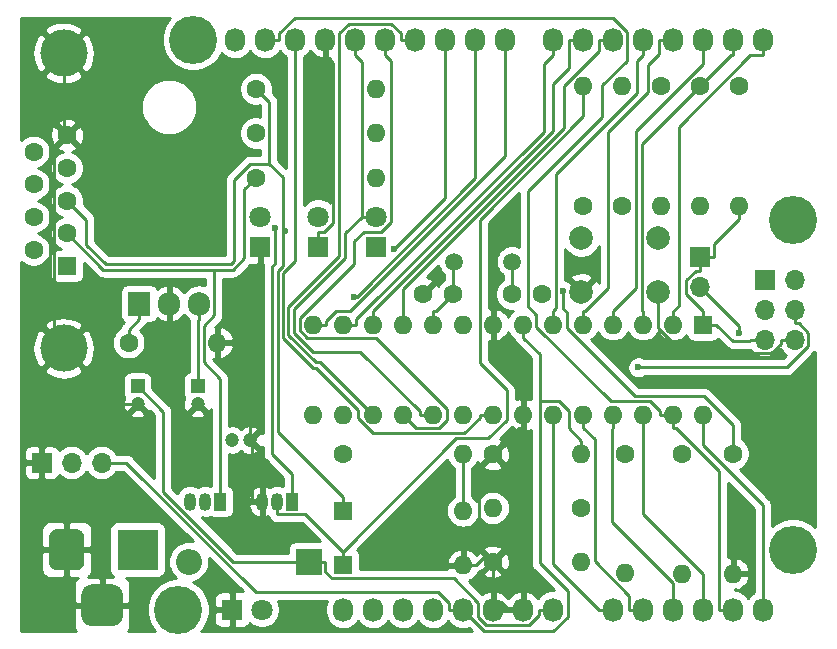
<source format=gbr>
G04 #@! TF.GenerationSoftware,KiCad,Pcbnew,(5.1.4)-1*
G04 #@! TF.CreationDate,2019-10-03T22:04:04+08:00*
G04 #@! TF.ProjectId,arduino-sss,61726475-696e-46f2-9d73-73732e6b6963,rev?*
G04 #@! TF.SameCoordinates,Original*
G04 #@! TF.FileFunction,Copper,L2,Bot*
G04 #@! TF.FilePolarity,Positive*
%FSLAX46Y46*%
G04 Gerber Fmt 4.6, Leading zero omitted, Abs format (unit mm)*
G04 Created by KiCad (PCBNEW (5.1.4)-1) date 2019-10-03 22:04:04*
%MOMM*%
%LPD*%
G04 APERTURE LIST*
%ADD10C,4.000000*%
%ADD11C,1.600000*%
%ADD12R,1.600000X1.600000*%
%ADD13C,1.200000*%
%ADD14O,1.600000X1.600000*%
%ADD15O,1.727200X2.032000*%
%ADD16C,4.064000*%
%ADD17R,1.200000X1.200000*%
%ADD18O,2.200000X2.200000*%
%ADD19R,2.200000X2.200000*%
%ADD20C,1.800000*%
%ADD21R,1.800000X1.800000*%
%ADD22R,1.700000X1.700000*%
%ADD23O,1.700000X1.700000*%
%ADD24R,3.500000X3.500000*%
%ADD25C,0.100000*%
%ADD26C,3.000000*%
%ADD27C,3.500000*%
%ADD28R,1.050000X1.500000*%
%ADD29O,1.050000X1.500000*%
%ADD30C,2.000000*%
%ADD31R,1.905000X2.000000*%
%ADD32O,1.905000X2.000000*%
%ADD33C,1.500000*%
%ADD34C,0.600000*%
%ADD35C,0.250000*%
%ADD36C,0.254000*%
G04 APERTURE END LIST*
D10*
X115270000Y-101702000D03*
X115270000Y-76702000D03*
D11*
X112730000Y-85047000D03*
X112730000Y-87817000D03*
X112730000Y-90587000D03*
X112730000Y-93357000D03*
X115570000Y-83662000D03*
X115570000Y-86432000D03*
X115570000Y-89202000D03*
X115570000Y-91972000D03*
D12*
X115570000Y-94742000D03*
D13*
X131040000Y-109474000D03*
X129540000Y-109474000D03*
D11*
X162814000Y-110697000D03*
D14*
X162814000Y-120697000D03*
D15*
X138938000Y-123825000D03*
X141478000Y-123825000D03*
X144018000Y-123825000D03*
X146558000Y-123825000D03*
X149098000Y-123825000D03*
X151638000Y-123825000D03*
X154178000Y-123825000D03*
X156718000Y-123825000D03*
X161798000Y-123825000D03*
X164338000Y-123825000D03*
X166878000Y-123825000D03*
X169418000Y-123825000D03*
X171958000Y-123825000D03*
X174498000Y-123825000D03*
X129794000Y-75565000D03*
X132334000Y-75565000D03*
X134874000Y-75565000D03*
X137414000Y-75565000D03*
X139954000Y-75565000D03*
X142494000Y-75565000D03*
X145034000Y-75565000D03*
X147574000Y-75565000D03*
X150114000Y-75565000D03*
X152654000Y-75565000D03*
X156718000Y-75565000D03*
X159258000Y-75565000D03*
X161798000Y-75565000D03*
X164338000Y-75565000D03*
X166878000Y-75565000D03*
X169418000Y-75565000D03*
X171958000Y-75565000D03*
X174498000Y-75565000D03*
D16*
X124968000Y-123825000D03*
X177038000Y-118745000D03*
X126238000Y-75565000D03*
X177038000Y-90805000D03*
D17*
X121539000Y-104902000D03*
D13*
X121539000Y-106402000D03*
D14*
X128277000Y-101219000D03*
D11*
X120777000Y-101219000D03*
D13*
X126619000Y-106402000D03*
D17*
X126619000Y-104902000D03*
D11*
X159118000Y-115214000D03*
D14*
X151618000Y-115214000D03*
D11*
X153248000Y-97115000D03*
X155748000Y-97115000D03*
X145748000Y-97115000D03*
X148248000Y-97115000D03*
D14*
X159118000Y-110667000D03*
D11*
X151618000Y-110667000D03*
X151618000Y-119761000D03*
D14*
X159118000Y-119761000D03*
D18*
X125857000Y-119761000D03*
D19*
X136017000Y-119761000D03*
D14*
X149098000Y-120061000D03*
D12*
X138938000Y-120061000D03*
X138938000Y-115464000D03*
D14*
X149098000Y-115464000D03*
D20*
X136832000Y-90551000D03*
D21*
X136832000Y-93091000D03*
D20*
X131931000Y-90551000D03*
D21*
X131931000Y-93091000D03*
X129540000Y-123825000D03*
D20*
X132080000Y-123825000D03*
D21*
X141732000Y-93091000D03*
D20*
X141732000Y-90551000D03*
D22*
X113411000Y-111379000D03*
D23*
X115951000Y-111379000D03*
X118491000Y-111379000D03*
D24*
X121539000Y-118745000D03*
D25*
G36*
X116362513Y-116998611D02*
G01*
X116435318Y-117009411D01*
X116506714Y-117027295D01*
X116576013Y-117052090D01*
X116642548Y-117083559D01*
X116705678Y-117121398D01*
X116764795Y-117165242D01*
X116819330Y-117214670D01*
X116868758Y-117269205D01*
X116912602Y-117328322D01*
X116950441Y-117391452D01*
X116981910Y-117457987D01*
X117006705Y-117527286D01*
X117024589Y-117598682D01*
X117035389Y-117671487D01*
X117039000Y-117745000D01*
X117039000Y-119745000D01*
X117035389Y-119818513D01*
X117024589Y-119891318D01*
X117006705Y-119962714D01*
X116981910Y-120032013D01*
X116950441Y-120098548D01*
X116912602Y-120161678D01*
X116868758Y-120220795D01*
X116819330Y-120275330D01*
X116764795Y-120324758D01*
X116705678Y-120368602D01*
X116642548Y-120406441D01*
X116576013Y-120437910D01*
X116506714Y-120462705D01*
X116435318Y-120480589D01*
X116362513Y-120491389D01*
X116289000Y-120495000D01*
X114789000Y-120495000D01*
X114715487Y-120491389D01*
X114642682Y-120480589D01*
X114571286Y-120462705D01*
X114501987Y-120437910D01*
X114435452Y-120406441D01*
X114372322Y-120368602D01*
X114313205Y-120324758D01*
X114258670Y-120275330D01*
X114209242Y-120220795D01*
X114165398Y-120161678D01*
X114127559Y-120098548D01*
X114096090Y-120032013D01*
X114071295Y-119962714D01*
X114053411Y-119891318D01*
X114042611Y-119818513D01*
X114039000Y-119745000D01*
X114039000Y-117745000D01*
X114042611Y-117671487D01*
X114053411Y-117598682D01*
X114071295Y-117527286D01*
X114096090Y-117457987D01*
X114127559Y-117391452D01*
X114165398Y-117328322D01*
X114209242Y-117269205D01*
X114258670Y-117214670D01*
X114313205Y-117165242D01*
X114372322Y-117121398D01*
X114435452Y-117083559D01*
X114501987Y-117052090D01*
X114571286Y-117027295D01*
X114642682Y-117009411D01*
X114715487Y-116998611D01*
X114789000Y-116995000D01*
X116289000Y-116995000D01*
X116362513Y-116998611D01*
X116362513Y-116998611D01*
G37*
D26*
X115539000Y-118745000D03*
D25*
G36*
X119499765Y-121699213D02*
G01*
X119584704Y-121711813D01*
X119667999Y-121732677D01*
X119748848Y-121761605D01*
X119826472Y-121798319D01*
X119900124Y-121842464D01*
X119969094Y-121893616D01*
X120032718Y-121951282D01*
X120090384Y-122014906D01*
X120141536Y-122083876D01*
X120185681Y-122157528D01*
X120222395Y-122235152D01*
X120251323Y-122316001D01*
X120272187Y-122399296D01*
X120284787Y-122484235D01*
X120289000Y-122570000D01*
X120289000Y-124320000D01*
X120284787Y-124405765D01*
X120272187Y-124490704D01*
X120251323Y-124573999D01*
X120222395Y-124654848D01*
X120185681Y-124732472D01*
X120141536Y-124806124D01*
X120090384Y-124875094D01*
X120032718Y-124938718D01*
X119969094Y-124996384D01*
X119900124Y-125047536D01*
X119826472Y-125091681D01*
X119748848Y-125128395D01*
X119667999Y-125157323D01*
X119584704Y-125178187D01*
X119499765Y-125190787D01*
X119414000Y-125195000D01*
X117664000Y-125195000D01*
X117578235Y-125190787D01*
X117493296Y-125178187D01*
X117410001Y-125157323D01*
X117329152Y-125128395D01*
X117251528Y-125091681D01*
X117177876Y-125047536D01*
X117108906Y-124996384D01*
X117045282Y-124938718D01*
X116987616Y-124875094D01*
X116936464Y-124806124D01*
X116892319Y-124732472D01*
X116855605Y-124654848D01*
X116826677Y-124573999D01*
X116805813Y-124490704D01*
X116793213Y-124405765D01*
X116789000Y-124320000D01*
X116789000Y-122570000D01*
X116793213Y-122484235D01*
X116805813Y-122399296D01*
X116826677Y-122316001D01*
X116855605Y-122235152D01*
X116892319Y-122157528D01*
X116936464Y-122083876D01*
X116987616Y-122014906D01*
X117045282Y-121951282D01*
X117108906Y-121893616D01*
X117177876Y-121842464D01*
X117251528Y-121798319D01*
X117329152Y-121761605D01*
X117410001Y-121732677D01*
X117493296Y-121711813D01*
X117578235Y-121699213D01*
X117664000Y-121695000D01*
X119414000Y-121695000D01*
X119499765Y-121699213D01*
X119499765Y-121699213D01*
G37*
D27*
X118539000Y-123445000D03*
D22*
X169164000Y-93980000D03*
D23*
X169164000Y-96520000D03*
D22*
X174625000Y-95885000D03*
D23*
X177165000Y-95885000D03*
X174625000Y-98425000D03*
X177165000Y-98425000D03*
X174625000Y-100965000D03*
X177165000Y-100965000D03*
D28*
X134620000Y-114681000D03*
D29*
X132080000Y-114681000D03*
X133350000Y-114681000D03*
X127254000Y-114681000D03*
X125984000Y-114681000D03*
D28*
X128524000Y-114681000D03*
D11*
X159248000Y-89662000D03*
D14*
X159248000Y-79502000D03*
D11*
X138938000Y-110617000D03*
D14*
X149098000Y-110617000D03*
D11*
X162552000Y-89662000D03*
D14*
X162552000Y-79502000D03*
X165857000Y-89662000D03*
D11*
X165857000Y-79502000D03*
D14*
X141732000Y-83489500D03*
D11*
X131572000Y-83489500D03*
D14*
X169162000Y-89662000D03*
D11*
X169162000Y-79502000D03*
X131572000Y-87249000D03*
D14*
X141732000Y-87249000D03*
X141732000Y-79730000D03*
D11*
X131572000Y-79730000D03*
X167661000Y-110617000D03*
D14*
X167661000Y-120777000D03*
D11*
X172466000Y-79502000D03*
D14*
X172466000Y-89662000D03*
X171958000Y-120777000D03*
D11*
X171958000Y-110617000D03*
D30*
X165608000Y-92401000D03*
X165608000Y-96901000D03*
X159108000Y-92401000D03*
X159108000Y-96901000D03*
D31*
X121666000Y-97917000D03*
D32*
X124206000Y-97917000D03*
X126746000Y-97917000D03*
D12*
X169418000Y-99695000D03*
D14*
X136398000Y-107315000D03*
X166878000Y-99695000D03*
X138938000Y-107315000D03*
X164338000Y-99695000D03*
X141478000Y-107315000D03*
X161798000Y-99695000D03*
X144018000Y-107315000D03*
X159258000Y-99695000D03*
X146558000Y-107315000D03*
X156718000Y-99695000D03*
X149098000Y-107315000D03*
X154178000Y-99695000D03*
X151638000Y-107315000D03*
X151638000Y-99695000D03*
X154178000Y-107315000D03*
X149098000Y-99695000D03*
X156718000Y-107315000D03*
X146558000Y-99695000D03*
X159258000Y-107315000D03*
X144018000Y-99695000D03*
X161798000Y-107315000D03*
X141478000Y-99695000D03*
X164338000Y-107315000D03*
X138938000Y-99695000D03*
X166878000Y-107315000D03*
X136398000Y-99695000D03*
X169418000Y-107315000D03*
D33*
X153248000Y-94365000D03*
X148348000Y-94365000D03*
D34*
X139824200Y-97330800D03*
X143212800Y-93302100D03*
X163941300Y-103316800D03*
X119888000Y-83883500D03*
X122428000Y-83883500D03*
X124968000Y-83883500D03*
X127508000Y-83883500D03*
X119888000Y-86423500D03*
X122428000Y-86423500D03*
X124968000Y-86423500D03*
X127508000Y-86423500D03*
X119888000Y-88963500D03*
X122428000Y-88963500D03*
X124968000Y-88963500D03*
X127508000Y-88963500D03*
X119888000Y-91503500D03*
X122428000Y-91503500D03*
X124968000Y-91503500D03*
X127508000Y-91503500D03*
X121094500Y-85090000D03*
X123634500Y-85090000D03*
X126174500Y-85090000D03*
X128714500Y-85090000D03*
X121094500Y-87630000D03*
X123634500Y-87630000D03*
X126174500Y-87630000D03*
X128714500Y-87630000D03*
X121094500Y-90170000D03*
X123634500Y-90170000D03*
X126174500Y-90170000D03*
X128714500Y-90170000D03*
X121094500Y-92710000D03*
X123634500Y-92710000D03*
X126174500Y-92710000D03*
X128714500Y-92710000D03*
X172451000Y-100420800D03*
X134064000Y-91786700D03*
X157595600Y-96855000D03*
X133210500Y-91552800D03*
D35*
X170543300Y-99695000D02*
X171914700Y-101066400D01*
X171914700Y-101066400D02*
X173348300Y-101066400D01*
X173348300Y-101066400D02*
X173449700Y-100965000D01*
X169418000Y-98569700D02*
X167988700Y-97140400D01*
X167988700Y-97140400D02*
X167988700Y-95963200D01*
X167988700Y-95963200D02*
X168796600Y-95155300D01*
X168796600Y-95155300D02*
X169164000Y-95155300D01*
X174625000Y-100965000D02*
X173449700Y-100965000D01*
X169418000Y-99695000D02*
X170543300Y-99695000D01*
X169164000Y-93980000D02*
X170339300Y-93980000D01*
X172466000Y-89662000D02*
X172466000Y-90787300D01*
X172466000Y-90787300D02*
X170339300Y-92914000D01*
X170339300Y-92914000D02*
X170339300Y-93980000D01*
X169164000Y-93980000D02*
X169164000Y-95155300D01*
X169418000Y-99695000D02*
X169418000Y-98569700D01*
X155578200Y-106181300D02*
X157197800Y-106181300D01*
X157197800Y-106181300D02*
X158061900Y-107045400D01*
X158061900Y-107045400D02*
X158061900Y-108485600D01*
X158061900Y-108485600D02*
X159118000Y-109541700D01*
X154178000Y-100820300D02*
X155578200Y-102220500D01*
X155578200Y-102220500D02*
X155578200Y-106181300D01*
X155578200Y-106181300D02*
X155578200Y-119915700D01*
X155578200Y-119915700D02*
X157945500Y-122283000D01*
X157945500Y-122283000D02*
X157945500Y-124431500D01*
X157945500Y-124431500D02*
X156750000Y-125627000D01*
X156750000Y-125627000D02*
X150900000Y-125627000D01*
X150900000Y-125627000D02*
X149098000Y-123825000D01*
X159118000Y-110667000D02*
X159118000Y-109541700D01*
X154178000Y-99695000D02*
X154178000Y-100820300D01*
X149098000Y-123825000D02*
X147909100Y-123825000D01*
X147909100Y-123825000D02*
X147909100Y-123304900D01*
X147909100Y-123304900D02*
X146946600Y-122342400D01*
X146946600Y-122342400D02*
X131564000Y-122342400D01*
X131564000Y-122342400D02*
X120600600Y-111379000D01*
X120600600Y-111379000D02*
X118491000Y-111379000D01*
X126746000Y-97917000D02*
X126746000Y-99242300D01*
X126619000Y-104902000D02*
X126619000Y-99369300D01*
X126619000Y-99369300D02*
X126746000Y-99242300D01*
X136017000Y-119761000D02*
X137442300Y-119761000D01*
X137442300Y-119761000D02*
X137442300Y-120651900D01*
X137442300Y-120651900D02*
X137976700Y-121186300D01*
X137976700Y-121186300D02*
X148298200Y-121186300D01*
X148298200Y-121186300D02*
X150368000Y-123256100D01*
X150368000Y-123256100D02*
X150368000Y-124458100D01*
X150368000Y-124458100D02*
X151082600Y-125172700D01*
X151082600Y-125172700D02*
X154665200Y-125172700D01*
X154665200Y-125172700D02*
X155529100Y-124308800D01*
X155529100Y-124308800D02*
X155529100Y-123825000D01*
X121539000Y-104902000D02*
X123710800Y-107073800D01*
X123710800Y-107073800D02*
X123710800Y-113852300D01*
X123710800Y-113852300D02*
X129619500Y-119761000D01*
X129619500Y-119761000D02*
X136017000Y-119761000D01*
X156718000Y-123825000D02*
X155529100Y-123825000D01*
X121666000Y-97917000D02*
X121666000Y-99242300D01*
X121666000Y-99242300D02*
X120777000Y-100131300D01*
X120777000Y-100131300D02*
X120777000Y-101219000D01*
X160609100Y-123825000D02*
X156718000Y-119933900D01*
X156718000Y-119933900D02*
X156718000Y-108440300D01*
X156718000Y-107315000D02*
X156718000Y-108440300D01*
X161798000Y-123825000D02*
X160609100Y-123825000D01*
X164338000Y-123825000D02*
X163149100Y-123825000D01*
X159258000Y-107315000D02*
X159258000Y-108440300D01*
X159258000Y-108440300D02*
X160243400Y-109425700D01*
X160243400Y-109425700D02*
X160243400Y-119730400D01*
X160243400Y-119730400D02*
X163149100Y-122636100D01*
X163149100Y-122636100D02*
X163149100Y-123825000D01*
X166878000Y-123825000D02*
X166878000Y-121585600D01*
X166878000Y-121585600D02*
X161687500Y-116395100D01*
X161687500Y-116395100D02*
X161687500Y-108550800D01*
X161687500Y-108550800D02*
X161798000Y-108440300D01*
X161798000Y-107315000D02*
X161798000Y-108440300D01*
X164338000Y-108440300D02*
X164338000Y-115695800D01*
X164338000Y-115695800D02*
X169418000Y-120775800D01*
X169418000Y-120775800D02*
X169418000Y-122483700D01*
X164338000Y-107315000D02*
X164338000Y-108440300D01*
X169418000Y-123825000D02*
X169418000Y-122483700D01*
X150512700Y-107315000D02*
X150512700Y-107596400D01*
X150512700Y-107596400D02*
X149218500Y-108890600D01*
X149218500Y-108890600D02*
X141449100Y-108890600D01*
X141449100Y-108890600D02*
X140208000Y-107649500D01*
X140208000Y-107649500D02*
X140208000Y-106939500D01*
X140208000Y-106939500D02*
X136641000Y-103372500D01*
X136641000Y-103372500D02*
X136425000Y-103372500D01*
X136425000Y-103372500D02*
X133851000Y-100798500D01*
X133851000Y-100798500D02*
X133851000Y-95354800D01*
X133851000Y-95354800D02*
X134874000Y-94331800D01*
X134874000Y-94331800D02*
X134874000Y-76906300D01*
X151638000Y-107315000D02*
X150512700Y-107315000D01*
X134874000Y-75565000D02*
X134874000Y-76906300D01*
X132334000Y-75565000D02*
X133522900Y-75565000D01*
X166878000Y-107315000D02*
X165752700Y-107315000D01*
X165752700Y-107315000D02*
X165752700Y-107033600D01*
X165752700Y-107033600D02*
X164908800Y-106189700D01*
X164908800Y-106189700D02*
X161611200Y-106189700D01*
X161611200Y-106189700D02*
X155303400Y-99881900D01*
X155303400Y-99881900D02*
X155303400Y-98859300D01*
X155303400Y-98859300D02*
X154590700Y-98146600D01*
X154590700Y-98146600D02*
X154590700Y-88417700D01*
X154590700Y-88417700D02*
X160900000Y-82108400D01*
X160900000Y-82108400D02*
X160900000Y-79446200D01*
X160900000Y-79446200D02*
X163005800Y-77340400D01*
X163005800Y-77340400D02*
X163005800Y-74925000D01*
X163005800Y-74925000D02*
X161794300Y-73713500D01*
X161794300Y-73713500D02*
X134854300Y-73713500D01*
X134854300Y-73713500D02*
X133522900Y-75044900D01*
X133522900Y-75044900D02*
X133522900Y-75565000D01*
X166878000Y-107877600D02*
X166878000Y-107315000D01*
X166878000Y-107877600D02*
X166878000Y-108440300D01*
X171958000Y-123825000D02*
X170769100Y-123825000D01*
X166878000Y-108440300D02*
X167121500Y-108440300D01*
X167121500Y-108440300D02*
X170769100Y-112087900D01*
X170769100Y-112087900D02*
X170769100Y-123825000D01*
X169418000Y-107315000D02*
X169418000Y-109930400D01*
X169418000Y-109930400D02*
X174498000Y-115010400D01*
X174498000Y-115010400D02*
X174498000Y-123825000D01*
X139824200Y-97330800D02*
X140091600Y-97330800D01*
X140091600Y-97330800D02*
X150114000Y-87308400D01*
X150114000Y-87308400D02*
X150114000Y-75565000D01*
X136398000Y-99695000D02*
X137523300Y-99695000D01*
X137523300Y-99695000D02*
X137523300Y-99413600D01*
X137523300Y-99413600D02*
X138367200Y-98569700D01*
X138367200Y-98569700D02*
X139493500Y-98569700D01*
X139493500Y-98569700D02*
X152654000Y-85409200D01*
X152654000Y-85409200D02*
X152654000Y-75565000D01*
X156718000Y-76906300D02*
X155950700Y-77673600D01*
X155950700Y-77673600D02*
X155950700Y-83372500D01*
X155950700Y-83372500D02*
X140063300Y-99259900D01*
X140063300Y-99259900D02*
X140063300Y-99695000D01*
X156718000Y-75565000D02*
X156718000Y-76906300D01*
X138938000Y-99695000D02*
X140063300Y-99695000D01*
X158069100Y-75565000D02*
X158069100Y-77964800D01*
X158069100Y-77964800D02*
X156718200Y-79315700D01*
X156718200Y-79315700D02*
X156718200Y-83329500D01*
X156718200Y-83329500D02*
X141478000Y-98569700D01*
X159258000Y-75565000D02*
X158069100Y-75565000D01*
X141478000Y-99695000D02*
X141478000Y-98569700D01*
X160609100Y-75565000D02*
X160609100Y-76536400D01*
X160609100Y-76536400D02*
X157618800Y-79526700D01*
X157618800Y-79526700D02*
X157618800Y-83065800D01*
X157618800Y-83065800D02*
X144018000Y-96666600D01*
X144018000Y-96666600D02*
X144018000Y-99695000D01*
X161798000Y-75565000D02*
X160609100Y-75565000D01*
X164338000Y-75565000D02*
X164338000Y-76906300D01*
X156718000Y-99695000D02*
X156718000Y-98569700D01*
X156718000Y-98569700D02*
X156958100Y-98329600D01*
X156958100Y-98329600D02*
X156958100Y-86962900D01*
X156958100Y-86962900D02*
X163845400Y-80075600D01*
X163845400Y-80075600D02*
X163845400Y-77398900D01*
X163845400Y-77398900D02*
X164338000Y-76906300D01*
X159258000Y-98569700D02*
X159398700Y-98569700D01*
X159398700Y-98569700D02*
X161353500Y-96614900D01*
X161353500Y-96614900D02*
X161353500Y-83402700D01*
X161353500Y-83402700D02*
X164731700Y-80024500D01*
X164731700Y-80024500D02*
X164731700Y-77711300D01*
X164731700Y-77711300D02*
X165689100Y-76753900D01*
X165689100Y-76753900D02*
X165689100Y-75565000D01*
X166878000Y-75565000D02*
X165689100Y-75565000D01*
X159258000Y-99695000D02*
X159258000Y-98569700D01*
X169418000Y-75565000D02*
X169418000Y-77654500D01*
X169418000Y-77654500D02*
X163754200Y-83318300D01*
X163754200Y-83318300D02*
X163754200Y-96613500D01*
X163754200Y-96613500D02*
X161798000Y-98569700D01*
X161798000Y-99695000D02*
X161798000Y-98569700D01*
X171958000Y-75565000D02*
X171958000Y-76906300D01*
X169162000Y-79502000D02*
X171757700Y-76906300D01*
X171757700Y-76906300D02*
X171958000Y-76906300D01*
X164338000Y-98569700D02*
X164282600Y-98514300D01*
X164282600Y-98514300D02*
X164282600Y-84381400D01*
X164282600Y-84381400D02*
X169162000Y-79502000D01*
X164338000Y-99695000D02*
X164338000Y-98569700D01*
X174498000Y-75565000D02*
X174498000Y-76906300D01*
X166878000Y-99695000D02*
X166878000Y-98569700D01*
X166878000Y-98569700D02*
X167344500Y-98103200D01*
X167344500Y-98103200D02*
X167344500Y-82977900D01*
X167344500Y-82977900D02*
X173416100Y-76906300D01*
X173416100Y-76906300D02*
X174498000Y-76906300D01*
X140515400Y-90551000D02*
X140515400Y-77467700D01*
X140515400Y-77467700D02*
X139954000Y-76906300D01*
X145432700Y-107315000D02*
X145432700Y-107033700D01*
X145432700Y-107033700D02*
X140406500Y-102007500D01*
X140406500Y-102007500D02*
X136398200Y-102007500D01*
X136398200Y-102007500D02*
X134801000Y-100410300D01*
X134801000Y-100410300D02*
X134801000Y-98355500D01*
X134801000Y-98355500D02*
X139093800Y-94062700D01*
X139093800Y-94062700D02*
X139093800Y-91972600D01*
X139093800Y-91972600D02*
X140515400Y-90551000D01*
X140515400Y-90551000D02*
X141732000Y-90551000D01*
X139954000Y-75565000D02*
X139954000Y-76906300D01*
X146558000Y-107315000D02*
X145432700Y-107315000D01*
X143212800Y-93302100D02*
X147574000Y-88940900D01*
X147574000Y-88940900D02*
X147574000Y-75565000D01*
X144018000Y-107315000D02*
X145143300Y-108440300D01*
X145143300Y-108440300D02*
X147030300Y-108440300D01*
X147030300Y-108440300D02*
X147728300Y-107742300D01*
X147728300Y-107742300D02*
X147728300Y-106812800D01*
X147728300Y-106812800D02*
X141755700Y-100840200D01*
X141755700Y-100840200D02*
X135897900Y-100840200D01*
X135897900Y-100840200D02*
X135251400Y-100193700D01*
X135251400Y-100193700D02*
X135251400Y-99178900D01*
X135251400Y-99178900D02*
X139903200Y-94527100D01*
X139903200Y-94527100D02*
X139903200Y-92639000D01*
X139903200Y-92639000D02*
X140676600Y-91865600D01*
X140676600Y-91865600D02*
X142173500Y-91865600D01*
X142173500Y-91865600D02*
X142986400Y-91052700D01*
X142986400Y-91052700D02*
X142986400Y-77398700D01*
X142986400Y-77398700D02*
X142494000Y-76906300D01*
X142494000Y-75565000D02*
X142494000Y-76906300D01*
X163941300Y-103316800D02*
X176515500Y-103316800D01*
X176515500Y-103316800D02*
X178340300Y-101492000D01*
X178340300Y-101492000D02*
X178340300Y-100408200D01*
X178340300Y-100408200D02*
X177532400Y-99600300D01*
X177532400Y-99600300D02*
X177165000Y-99600300D01*
X177165000Y-98425000D02*
X177165000Y-99600300D01*
X145034000Y-75565000D02*
X143845100Y-75565000D01*
X141478000Y-107315000D02*
X137019300Y-102856300D01*
X137019300Y-102856300D02*
X136610100Y-102856300D01*
X136610100Y-102856300D02*
X134307500Y-100553700D01*
X134307500Y-100553700D02*
X134307500Y-98212100D01*
X134307500Y-98212100D02*
X138603000Y-93916600D01*
X138603000Y-93916600D02*
X138603000Y-75040000D01*
X138603000Y-75040000D02*
X139426500Y-74216500D01*
X139426500Y-74216500D02*
X143016700Y-74216500D01*
X143016700Y-74216500D02*
X143845100Y-75044900D01*
X143845100Y-75044900D02*
X143845100Y-75565000D01*
X151070700Y-119213600D02*
X151618000Y-119761000D01*
X151618000Y-110667000D02*
X150429300Y-111855700D01*
X150429300Y-111855700D02*
X150429300Y-118572300D01*
X150429300Y-118572300D02*
X151070700Y-119213600D01*
X150223300Y-120061000D02*
X151070700Y-119213600D01*
X149098000Y-120061000D02*
X150223300Y-120061000D01*
X154178000Y-108440300D02*
X153844700Y-108440300D01*
X153844700Y-108440300D02*
X151618000Y-110667000D01*
X137414000Y-75565000D02*
X137414000Y-76906300D01*
X136832000Y-93091000D02*
X136832000Y-91865700D01*
X136832000Y-91865700D02*
X137291500Y-91865700D01*
X137291500Y-91865700D02*
X138060200Y-91097000D01*
X138060200Y-91097000D02*
X138060200Y-77552500D01*
X138060200Y-77552500D02*
X137414000Y-76906300D01*
X128277000Y-101219000D02*
X128277000Y-102344300D01*
X128277000Y-102344300D02*
X131040000Y-105107300D01*
X131040000Y-105107300D02*
X131040000Y-109474000D01*
X128277000Y-100656300D02*
X128277000Y-101219000D01*
X128277000Y-100656300D02*
X128277000Y-100093700D01*
X131229700Y-114681000D02*
X131229700Y-109663700D01*
X131229700Y-109663700D02*
X131040000Y-109474000D01*
X128277000Y-100093700D02*
X131931000Y-96439700D01*
X131931000Y-96439700D02*
X131931000Y-94316300D01*
X115570000Y-83662000D02*
X114444600Y-84787400D01*
X114444600Y-84787400D02*
X114444600Y-100876600D01*
X114444600Y-100876600D02*
X115270000Y-101702000D01*
X115270000Y-76702000D02*
X115270000Y-83362000D01*
X115270000Y-83362000D02*
X115570000Y-83662000D01*
X118591400Y-105023300D02*
X115270000Y-101702000D01*
X175989700Y-100965000D02*
X175989700Y-101332400D01*
X175989700Y-101332400D02*
X175181800Y-102140300D01*
X175181800Y-102140300D02*
X167724500Y-102140300D01*
X167724500Y-102140300D02*
X165608000Y-100023800D01*
X165608000Y-100023800D02*
X165608000Y-96901000D01*
X154178000Y-107315000D02*
X154178000Y-108440300D01*
X151638000Y-100820300D02*
X154178000Y-103360300D01*
X154178000Y-103360300D02*
X154178000Y-107315000D01*
X131931000Y-93091000D02*
X131931000Y-94316300D01*
X177165000Y-100965000D02*
X175989700Y-100965000D01*
X132080000Y-114681000D02*
X131229700Y-114681000D01*
X151638000Y-99695000D02*
X151638000Y-100820300D01*
X151618000Y-119761000D02*
X151638000Y-119781000D01*
X151638000Y-119781000D02*
X151638000Y-123154300D01*
X151638000Y-123154300D02*
X152318400Y-123154300D01*
X152318400Y-123154300D02*
X152989100Y-123825000D01*
X121539000Y-106402000D02*
X119970000Y-106402000D01*
X119970000Y-106402000D02*
X118591400Y-105023300D01*
X113411000Y-110203700D02*
X118591400Y-105023300D01*
X113411000Y-111379000D02*
X113411000Y-110203700D01*
X154178000Y-123825000D02*
X152989100Y-123825000D01*
X151638000Y-123825000D02*
X151638000Y-123154300D01*
X169164000Y-96520000D02*
X172451000Y-99807000D01*
X172451000Y-99807000D02*
X172451000Y-100420800D01*
X153248000Y-94365000D02*
X153248000Y-97115000D01*
X146558000Y-99695000D02*
X146558000Y-98569700D01*
X146558000Y-98569700D02*
X146793300Y-98569700D01*
X146793300Y-98569700D02*
X148248000Y-97115000D01*
X148348000Y-94365000D02*
X148248000Y-94465000D01*
X148248000Y-94465000D02*
X148248000Y-97115000D01*
X159248000Y-79502000D02*
X159248000Y-82073500D01*
X159248000Y-82073500D02*
X150512700Y-90808800D01*
X150512700Y-90808800D02*
X150512700Y-102981800D01*
X150512700Y-102981800D02*
X152806500Y-105275600D01*
X152806500Y-105275600D02*
X152806500Y-107739900D01*
X152806500Y-107739900D02*
X151205400Y-109341000D01*
X151205400Y-109341000D02*
X148532700Y-109341000D01*
X148532700Y-109341000D02*
X138938000Y-118935700D01*
X133350000Y-114681000D02*
X133350000Y-115756300D01*
X133350000Y-115756300D02*
X135758600Y-115756300D01*
X135758600Y-115756300D02*
X138938000Y-118935700D01*
X138938000Y-120061000D02*
X138938000Y-118935700D01*
X133840700Y-91786700D02*
X133840700Y-87216800D01*
X133840700Y-87216800D02*
X132705800Y-86081900D01*
X138938000Y-114338700D02*
X133390400Y-108791100D01*
X133390400Y-108791100D02*
X133390400Y-95178500D01*
X133390400Y-95178500D02*
X133840700Y-94728200D01*
X133840700Y-94728200D02*
X133840700Y-91786700D01*
X133840700Y-91786700D02*
X134064000Y-91786700D01*
X138938000Y-115464000D02*
X138938000Y-114338700D01*
X131572000Y-79730000D02*
X132705800Y-80863800D01*
X132705800Y-80863800D02*
X132705800Y-86081900D01*
X132705800Y-86081900D02*
X131067500Y-86081900D01*
X131067500Y-86081900D02*
X129706800Y-87442600D01*
X129706800Y-87442600D02*
X129706800Y-94287700D01*
X129706800Y-94287700D02*
X129419400Y-94575100D01*
X129419400Y-94575100D02*
X118842400Y-94575100D01*
X118842400Y-94575100D02*
X117214600Y-92947300D01*
X117214600Y-92947300D02*
X117214600Y-90846600D01*
X117214600Y-90846600D02*
X115570000Y-89202000D01*
X171958000Y-110617000D02*
X171958000Y-108191600D01*
X171958000Y-108191600D02*
X169505700Y-105739300D01*
X169505700Y-105739300D02*
X163660500Y-105739300D01*
X163660500Y-105739300D02*
X157910500Y-99989300D01*
X157910500Y-99989300D02*
X157910500Y-98662200D01*
X157910500Y-98662200D02*
X157595600Y-98347300D01*
X157595600Y-98347300D02*
X157595600Y-96855000D01*
X128051900Y-95042700D02*
X118640700Y-95042700D01*
X118640700Y-95042700D02*
X115570000Y-91972000D01*
X131572000Y-87249000D02*
X130590700Y-88230300D01*
X130590700Y-88230300D02*
X130590700Y-94080700D01*
X130590700Y-94080700D02*
X129628700Y-95042700D01*
X129628700Y-95042700D02*
X128051900Y-95042700D01*
X128524000Y-114681000D02*
X128524000Y-104276600D01*
X128524000Y-104276600D02*
X127133800Y-102886400D01*
X127133800Y-102886400D02*
X127133800Y-99837200D01*
X127133800Y-99837200D02*
X128051900Y-98919100D01*
X128051900Y-98919100D02*
X128051900Y-95042700D01*
X134620000Y-114681000D02*
X134620000Y-112365100D01*
X134620000Y-112365100D02*
X132892800Y-110637900D01*
X132892800Y-110637900D02*
X132892800Y-94813900D01*
X132892800Y-94813900D02*
X133210500Y-94496200D01*
X133210500Y-94496200D02*
X133210500Y-91552800D01*
X149098000Y-110617000D02*
X149098000Y-115464000D01*
D36*
G36*
X124166406Y-73864887D02*
G01*
X123874536Y-74301702D01*
X123673492Y-74787065D01*
X123571000Y-75302323D01*
X123571000Y-75827677D01*
X123673492Y-76342935D01*
X123874536Y-76828298D01*
X124166406Y-77265113D01*
X124537887Y-77636594D01*
X124974702Y-77928464D01*
X125460065Y-78129508D01*
X125975323Y-78232000D01*
X126500677Y-78232000D01*
X127015935Y-78129508D01*
X127501298Y-77928464D01*
X127938113Y-77636594D01*
X128309594Y-77265113D01*
X128601464Y-76828298D01*
X128657001Y-76694219D01*
X128729203Y-76782197D01*
X128957395Y-76969469D01*
X129217737Y-77108625D01*
X129500224Y-77194316D01*
X129794000Y-77223251D01*
X130087777Y-77194316D01*
X130370264Y-77108625D01*
X130630606Y-76969469D01*
X130858797Y-76782197D01*
X131046069Y-76554006D01*
X131064000Y-76520459D01*
X131081931Y-76554006D01*
X131269203Y-76782197D01*
X131497395Y-76969469D01*
X131757737Y-77108625D01*
X132040224Y-77194316D01*
X132334000Y-77223251D01*
X132627777Y-77194316D01*
X132910264Y-77108625D01*
X133170606Y-76969469D01*
X133398797Y-76782197D01*
X133586069Y-76554006D01*
X133604000Y-76520459D01*
X133621931Y-76554006D01*
X133809203Y-76782197D01*
X134037395Y-76969469D01*
X134114001Y-77010416D01*
X134114000Y-86415299D01*
X133465800Y-85767099D01*
X133465800Y-80901122D01*
X133469476Y-80863799D01*
X133465800Y-80826476D01*
X133465800Y-80826467D01*
X133454803Y-80714814D01*
X133411346Y-80571553D01*
X133340774Y-80439524D01*
X133245801Y-80323799D01*
X133216804Y-80300002D01*
X132970688Y-80053886D01*
X133007000Y-79871335D01*
X133007000Y-79588665D01*
X132951853Y-79311426D01*
X132843680Y-79050273D01*
X132686637Y-78815241D01*
X132486759Y-78615363D01*
X132251727Y-78458320D01*
X131990574Y-78350147D01*
X131713335Y-78295000D01*
X131430665Y-78295000D01*
X131153426Y-78350147D01*
X130892273Y-78458320D01*
X130657241Y-78615363D01*
X130457363Y-78815241D01*
X130300320Y-79050273D01*
X130192147Y-79311426D01*
X130137000Y-79588665D01*
X130137000Y-79871335D01*
X130192147Y-80148574D01*
X130300320Y-80409727D01*
X130457363Y-80644759D01*
X130657241Y-80844637D01*
X130892273Y-81001680D01*
X131153426Y-81109853D01*
X131430665Y-81165000D01*
X131713335Y-81165000D01*
X131895886Y-81128688D01*
X131945800Y-81178602D01*
X131945800Y-82100741D01*
X131713335Y-82054500D01*
X131430665Y-82054500D01*
X131153426Y-82109647D01*
X130892273Y-82217820D01*
X130657241Y-82374863D01*
X130457363Y-82574741D01*
X130300320Y-82809773D01*
X130192147Y-83070926D01*
X130137000Y-83348165D01*
X130137000Y-83630835D01*
X130192147Y-83908074D01*
X130300320Y-84169227D01*
X130457363Y-84404259D01*
X130657241Y-84604137D01*
X130892273Y-84761180D01*
X131153426Y-84869353D01*
X131430665Y-84924500D01*
X131713335Y-84924500D01*
X131945801Y-84878259D01*
X131945801Y-85321900D01*
X131104822Y-85321900D01*
X131067499Y-85318224D01*
X131030176Y-85321900D01*
X131030167Y-85321900D01*
X130918514Y-85332897D01*
X130775253Y-85376354D01*
X130643224Y-85446926D01*
X130643222Y-85446927D01*
X130643223Y-85446927D01*
X130556496Y-85518101D01*
X130556492Y-85518105D01*
X130527499Y-85541899D01*
X130503705Y-85570892D01*
X129195802Y-86878797D01*
X129166799Y-86902599D01*
X129122356Y-86956754D01*
X129071826Y-87018324D01*
X129024072Y-87107665D01*
X129001254Y-87150354D01*
X128957797Y-87293615D01*
X128946800Y-87405268D01*
X128946800Y-87405278D01*
X128943124Y-87442600D01*
X128946800Y-87479923D01*
X128946801Y-93815100D01*
X119157202Y-93815100D01*
X117974600Y-92632499D01*
X117974600Y-90883933D01*
X117978277Y-90846600D01*
X117963603Y-90697614D01*
X117920146Y-90554353D01*
X117849574Y-90422324D01*
X117778399Y-90335597D01*
X117754601Y-90306599D01*
X117725603Y-90282801D01*
X116968688Y-89525886D01*
X117005000Y-89343335D01*
X117005000Y-89060665D01*
X116949853Y-88783426D01*
X116841680Y-88522273D01*
X116684637Y-88287241D01*
X116484759Y-88087363D01*
X116249727Y-87930320D01*
X115988574Y-87822147D01*
X115962699Y-87817000D01*
X115988574Y-87811853D01*
X116249727Y-87703680D01*
X116484759Y-87546637D01*
X116684637Y-87346759D01*
X116841680Y-87111727D01*
X116949853Y-86850574D01*
X117005000Y-86573335D01*
X117005000Y-86290665D01*
X116949853Y-86013426D01*
X116841680Y-85752273D01*
X116684637Y-85517241D01*
X116484759Y-85317363D01*
X116249727Y-85160320D01*
X115988574Y-85052147D01*
X115960118Y-85046487D01*
X116186292Y-84965603D01*
X116311514Y-84898671D01*
X116383097Y-84654702D01*
X115570000Y-83841605D01*
X114756903Y-84654702D01*
X114828486Y-84898671D01*
X115083996Y-85019571D01*
X115186289Y-85045212D01*
X115151426Y-85052147D01*
X114890273Y-85160320D01*
X114655241Y-85317363D01*
X114455363Y-85517241D01*
X114298320Y-85752273D01*
X114190147Y-86013426D01*
X114135000Y-86290665D01*
X114135000Y-86573335D01*
X114190147Y-86850574D01*
X114298320Y-87111727D01*
X114455363Y-87346759D01*
X114655241Y-87546637D01*
X114890273Y-87703680D01*
X115151426Y-87811853D01*
X115177301Y-87817000D01*
X115151426Y-87822147D01*
X114890273Y-87930320D01*
X114655241Y-88087363D01*
X114455363Y-88287241D01*
X114298320Y-88522273D01*
X114190147Y-88783426D01*
X114135000Y-89060665D01*
X114135000Y-89343335D01*
X114190147Y-89620574D01*
X114298320Y-89881727D01*
X114455363Y-90116759D01*
X114655241Y-90316637D01*
X114890273Y-90473680D01*
X115151426Y-90581853D01*
X115177301Y-90587000D01*
X115151426Y-90592147D01*
X114890273Y-90700320D01*
X114655241Y-90857363D01*
X114455363Y-91057241D01*
X114298320Y-91292273D01*
X114190147Y-91553426D01*
X114135000Y-91830665D01*
X114135000Y-92113335D01*
X114190147Y-92390574D01*
X114298320Y-92651727D01*
X114455363Y-92886759D01*
X114655241Y-93086637D01*
X114890273Y-93243680D01*
X115035725Y-93303928D01*
X114770000Y-93303928D01*
X114645518Y-93316188D01*
X114525820Y-93352498D01*
X114415506Y-93411463D01*
X114318815Y-93490815D01*
X114239463Y-93587506D01*
X114180498Y-93697820D01*
X114144188Y-93817518D01*
X114131928Y-93942000D01*
X114131928Y-95542000D01*
X114144188Y-95666482D01*
X114180498Y-95786180D01*
X114239463Y-95896494D01*
X114318815Y-95993185D01*
X114415506Y-96072537D01*
X114525820Y-96131502D01*
X114645518Y-96167812D01*
X114770000Y-96180072D01*
X116370000Y-96180072D01*
X116494482Y-96167812D01*
X116614180Y-96131502D01*
X116724494Y-96072537D01*
X116821185Y-95993185D01*
X116900537Y-95896494D01*
X116959502Y-95786180D01*
X116995812Y-95666482D01*
X117008072Y-95542000D01*
X117008072Y-94484874D01*
X118076901Y-95553703D01*
X118100699Y-95582701D01*
X118129697Y-95606499D01*
X118216424Y-95677674D01*
X118348453Y-95748246D01*
X118491714Y-95791703D01*
X118640700Y-95806377D01*
X118678033Y-95802700D01*
X127291901Y-95802700D01*
X127291901Y-96376165D01*
X127057203Y-96304970D01*
X126746000Y-96274319D01*
X126434796Y-96304970D01*
X126135551Y-96395745D01*
X125859765Y-96543155D01*
X125618037Y-96741537D01*
X125470838Y-96920900D01*
X125315437Y-96735685D01*
X125072923Y-96541031D01*
X124797094Y-96397429D01*
X124578980Y-96326437D01*
X124333000Y-96446406D01*
X124333000Y-97790000D01*
X124353000Y-97790000D01*
X124353000Y-98044000D01*
X124333000Y-98044000D01*
X124333000Y-99387594D01*
X124578980Y-99507563D01*
X124797094Y-99436571D01*
X125072923Y-99292969D01*
X125315437Y-99098315D01*
X125470837Y-98913101D01*
X125618037Y-99092463D01*
X125859766Y-99290845D01*
X125862887Y-99292513D01*
X125855324Y-99369300D01*
X125859001Y-99406632D01*
X125859000Y-103686962D01*
X125774820Y-103712498D01*
X125664506Y-103771463D01*
X125567815Y-103850815D01*
X125488463Y-103947506D01*
X125429498Y-104057820D01*
X125393188Y-104177518D01*
X125380928Y-104302000D01*
X125380928Y-105502000D01*
X125393188Y-105626482D01*
X125429498Y-105746180D01*
X125488463Y-105856494D01*
X125502568Y-105873681D01*
X125444763Y-106000516D01*
X125389000Y-106237313D01*
X125380505Y-106480438D01*
X125419605Y-106720549D01*
X125504798Y-106948418D01*
X125545652Y-107024852D01*
X125769236Y-107072159D01*
X126439395Y-106402000D01*
X126425253Y-106387858D01*
X126604858Y-106208253D01*
X126619000Y-106222395D01*
X126633143Y-106208253D01*
X126812748Y-106387858D01*
X126798605Y-106402000D01*
X127468764Y-107072159D01*
X127692348Y-107024852D01*
X127764001Y-106867633D01*
X127764000Y-113338713D01*
X127754820Y-113341498D01*
X127690098Y-113376093D01*
X127481400Y-113312785D01*
X127254000Y-113290388D01*
X127026601Y-113312785D01*
X126807941Y-113379115D01*
X126619000Y-113480106D01*
X126430060Y-113379115D01*
X126211400Y-113312785D01*
X125984000Y-113290388D01*
X125756601Y-113312785D01*
X125537941Y-113379115D01*
X125336422Y-113486829D01*
X125159789Y-113631788D01*
X125014830Y-113808421D01*
X124919699Y-113986398D01*
X124470800Y-113537499D01*
X124470800Y-107251764D01*
X125948841Y-107251764D01*
X125996148Y-107475348D01*
X126217516Y-107576237D01*
X126454313Y-107632000D01*
X126697438Y-107640495D01*
X126937549Y-107601395D01*
X127165418Y-107516202D01*
X127241852Y-107475348D01*
X127289159Y-107251764D01*
X126619000Y-106581605D01*
X125948841Y-107251764D01*
X124470800Y-107251764D01*
X124470800Y-107111122D01*
X124474476Y-107073799D01*
X124470800Y-107036477D01*
X124470800Y-107036467D01*
X124459803Y-106924814D01*
X124416346Y-106781553D01*
X124394912Y-106741453D01*
X124345774Y-106649523D01*
X124274599Y-106562797D01*
X124250801Y-106533799D01*
X124221804Y-106510002D01*
X122777072Y-105065271D01*
X122777072Y-104302000D01*
X122764812Y-104177518D01*
X122728502Y-104057820D01*
X122669537Y-103947506D01*
X122590185Y-103850815D01*
X122493494Y-103771463D01*
X122383180Y-103712498D01*
X122263482Y-103676188D01*
X122139000Y-103663928D01*
X120939000Y-103663928D01*
X120814518Y-103676188D01*
X120694820Y-103712498D01*
X120584506Y-103771463D01*
X120487815Y-103850815D01*
X120408463Y-103947506D01*
X120349498Y-104057820D01*
X120313188Y-104177518D01*
X120300928Y-104302000D01*
X120300928Y-105502000D01*
X120313188Y-105626482D01*
X120349498Y-105746180D01*
X120408463Y-105856494D01*
X120422568Y-105873681D01*
X120364763Y-106000516D01*
X120309000Y-106237313D01*
X120300505Y-106480438D01*
X120339605Y-106720549D01*
X120424798Y-106948418D01*
X120465652Y-107024852D01*
X120689236Y-107072159D01*
X121359395Y-106402000D01*
X121345253Y-106387858D01*
X121524858Y-106208253D01*
X121539000Y-106222395D01*
X121553143Y-106208253D01*
X121732748Y-106387858D01*
X121718605Y-106402000D01*
X122388764Y-107072159D01*
X122591468Y-107029270D01*
X122950800Y-107388602D01*
X122950801Y-112654400D01*
X121164404Y-110868003D01*
X121140601Y-110838999D01*
X121024876Y-110744026D01*
X120892847Y-110673454D01*
X120749586Y-110629997D01*
X120637933Y-110619000D01*
X120637922Y-110619000D01*
X120600600Y-110615324D01*
X120563278Y-110619000D01*
X119768595Y-110619000D01*
X119731706Y-110549986D01*
X119546134Y-110323866D01*
X119320014Y-110138294D01*
X119062034Y-110000401D01*
X118782111Y-109915487D01*
X118563950Y-109894000D01*
X118418050Y-109894000D01*
X118199889Y-109915487D01*
X117919966Y-110000401D01*
X117661986Y-110138294D01*
X117435866Y-110323866D01*
X117250294Y-110549986D01*
X117221000Y-110604791D01*
X117191706Y-110549986D01*
X117006134Y-110323866D01*
X116780014Y-110138294D01*
X116522034Y-110000401D01*
X116242111Y-109915487D01*
X116023950Y-109894000D01*
X115878050Y-109894000D01*
X115659889Y-109915487D01*
X115379966Y-110000401D01*
X115121986Y-110138294D01*
X114895866Y-110323866D01*
X114871393Y-110353687D01*
X114850502Y-110284820D01*
X114791537Y-110174506D01*
X114712185Y-110077815D01*
X114615494Y-109998463D01*
X114505180Y-109939498D01*
X114385482Y-109903188D01*
X114261000Y-109890928D01*
X113696750Y-109894000D01*
X113538000Y-110052750D01*
X113538000Y-111252000D01*
X113558000Y-111252000D01*
X113558000Y-111506000D01*
X113538000Y-111506000D01*
X113538000Y-112705250D01*
X113696750Y-112864000D01*
X114261000Y-112867072D01*
X114385482Y-112854812D01*
X114505180Y-112818502D01*
X114615494Y-112759537D01*
X114712185Y-112680185D01*
X114791537Y-112583494D01*
X114850502Y-112473180D01*
X114871393Y-112404313D01*
X114895866Y-112434134D01*
X115121986Y-112619706D01*
X115379966Y-112757599D01*
X115659889Y-112842513D01*
X115878050Y-112864000D01*
X116023950Y-112864000D01*
X116242111Y-112842513D01*
X116522034Y-112757599D01*
X116780014Y-112619706D01*
X117006134Y-112434134D01*
X117191706Y-112208014D01*
X117221000Y-112153209D01*
X117250294Y-112208014D01*
X117435866Y-112434134D01*
X117661986Y-112619706D01*
X117919966Y-112757599D01*
X118199889Y-112842513D01*
X118418050Y-112864000D01*
X118563950Y-112864000D01*
X118782111Y-112842513D01*
X119062034Y-112757599D01*
X119320014Y-112619706D01*
X119546134Y-112434134D01*
X119731706Y-112208014D01*
X119768595Y-112139000D01*
X120285799Y-112139000D01*
X126198245Y-118051447D01*
X126197119Y-118051105D01*
X125942225Y-118026000D01*
X125771775Y-118026000D01*
X125516881Y-118051105D01*
X125189832Y-118150314D01*
X124888422Y-118311421D01*
X124624234Y-118528234D01*
X124407421Y-118792422D01*
X124246314Y-119093832D01*
X124147105Y-119420881D01*
X124113606Y-119761000D01*
X124147105Y-120101119D01*
X124246314Y-120428168D01*
X124407421Y-120729578D01*
X124624234Y-120993766D01*
X124824354Y-121158000D01*
X124705323Y-121158000D01*
X124190065Y-121260492D01*
X123704702Y-121461536D01*
X123267887Y-121753406D01*
X122896406Y-122124887D01*
X122604536Y-122561702D01*
X122403492Y-123047065D01*
X122301000Y-123562323D01*
X122301000Y-124087677D01*
X122403492Y-124602935D01*
X122604536Y-125088298D01*
X122896406Y-125525113D01*
X123026293Y-125655000D01*
X120729444Y-125655000D01*
X120740185Y-125646185D01*
X120819537Y-125549494D01*
X120878502Y-125439180D01*
X120914812Y-125319482D01*
X120927072Y-125195000D01*
X120924000Y-123730750D01*
X120765250Y-123572000D01*
X118666000Y-123572000D01*
X118666000Y-123592000D01*
X118412000Y-123592000D01*
X118412000Y-123572000D01*
X116312750Y-123572000D01*
X116154000Y-123730750D01*
X116150928Y-125195000D01*
X116163188Y-125319482D01*
X116199498Y-125439180D01*
X116258463Y-125549494D01*
X116337815Y-125646185D01*
X116348556Y-125655000D01*
X111708000Y-125655000D01*
X111708000Y-120495000D01*
X113400928Y-120495000D01*
X113413188Y-120619482D01*
X113449498Y-120739180D01*
X113508463Y-120849494D01*
X113587815Y-120946185D01*
X113684506Y-121025537D01*
X113794820Y-121084502D01*
X113914518Y-121120812D01*
X114039000Y-121133072D01*
X115253250Y-121130000D01*
X115412000Y-120971250D01*
X115412000Y-118872000D01*
X115666000Y-118872000D01*
X115666000Y-120971250D01*
X115824750Y-121130000D01*
X116495805Y-121131698D01*
X116434506Y-121164463D01*
X116337815Y-121243815D01*
X116258463Y-121340506D01*
X116199498Y-121450820D01*
X116163188Y-121570518D01*
X116150928Y-121695000D01*
X116154000Y-123159250D01*
X116312750Y-123318000D01*
X118412000Y-123318000D01*
X118412000Y-121218750D01*
X118666000Y-121218750D01*
X118666000Y-123318000D01*
X120765250Y-123318000D01*
X120924000Y-123159250D01*
X120927072Y-121695000D01*
X120914812Y-121570518D01*
X120878502Y-121450820D01*
X120819537Y-121340506D01*
X120740185Y-121243815D01*
X120643494Y-121164463D01*
X120584767Y-121133072D01*
X123289000Y-121133072D01*
X123413482Y-121120812D01*
X123533180Y-121084502D01*
X123643494Y-121025537D01*
X123740185Y-120946185D01*
X123819537Y-120849494D01*
X123878502Y-120739180D01*
X123914812Y-120619482D01*
X123927072Y-120495000D01*
X123927072Y-116995000D01*
X123914812Y-116870518D01*
X123878502Y-116750820D01*
X123819537Y-116640506D01*
X123740185Y-116543815D01*
X123643494Y-116464463D01*
X123533180Y-116405498D01*
X123413482Y-116369188D01*
X123289000Y-116356928D01*
X119789000Y-116356928D01*
X119664518Y-116369188D01*
X119544820Y-116405498D01*
X119434506Y-116464463D01*
X119337815Y-116543815D01*
X119258463Y-116640506D01*
X119199498Y-116750820D01*
X119163188Y-116870518D01*
X119150928Y-116995000D01*
X119150928Y-120495000D01*
X119163188Y-120619482D01*
X119199498Y-120739180D01*
X119258463Y-120849494D01*
X119337815Y-120946185D01*
X119434506Y-121025537D01*
X119496345Y-121058591D01*
X118824750Y-121060000D01*
X118666000Y-121218750D01*
X118412000Y-121218750D01*
X118253250Y-121060000D01*
X117332633Y-121058069D01*
X117393494Y-121025537D01*
X117490185Y-120946185D01*
X117569537Y-120849494D01*
X117628502Y-120739180D01*
X117664812Y-120619482D01*
X117677072Y-120495000D01*
X117674000Y-119030750D01*
X117515250Y-118872000D01*
X115666000Y-118872000D01*
X115412000Y-118872000D01*
X113562750Y-118872000D01*
X113404000Y-119030750D01*
X113400928Y-120495000D01*
X111708000Y-120495000D01*
X111708000Y-116995000D01*
X113400928Y-116995000D01*
X113404000Y-118459250D01*
X113562750Y-118618000D01*
X115412000Y-118618000D01*
X115412000Y-116518750D01*
X115666000Y-116518750D01*
X115666000Y-118618000D01*
X117515250Y-118618000D01*
X117674000Y-118459250D01*
X117677072Y-116995000D01*
X117664812Y-116870518D01*
X117628502Y-116750820D01*
X117569537Y-116640506D01*
X117490185Y-116543815D01*
X117393494Y-116464463D01*
X117283180Y-116405498D01*
X117163482Y-116369188D01*
X117039000Y-116356928D01*
X115824750Y-116360000D01*
X115666000Y-116518750D01*
X115412000Y-116518750D01*
X115253250Y-116360000D01*
X114039000Y-116356928D01*
X113914518Y-116369188D01*
X113794820Y-116405498D01*
X113684506Y-116464463D01*
X113587815Y-116543815D01*
X113508463Y-116640506D01*
X113449498Y-116750820D01*
X113413188Y-116870518D01*
X113400928Y-116995000D01*
X111708000Y-116995000D01*
X111708000Y-112229000D01*
X111922928Y-112229000D01*
X111935188Y-112353482D01*
X111971498Y-112473180D01*
X112030463Y-112583494D01*
X112109815Y-112680185D01*
X112206506Y-112759537D01*
X112316820Y-112818502D01*
X112436518Y-112854812D01*
X112561000Y-112867072D01*
X113125250Y-112864000D01*
X113284000Y-112705250D01*
X113284000Y-111506000D01*
X112084750Y-111506000D01*
X111926000Y-111664750D01*
X111922928Y-112229000D01*
X111708000Y-112229000D01*
X111708000Y-110529000D01*
X111922928Y-110529000D01*
X111926000Y-111093250D01*
X112084750Y-111252000D01*
X113284000Y-111252000D01*
X113284000Y-110052750D01*
X113125250Y-109894000D01*
X112561000Y-109890928D01*
X112436518Y-109903188D01*
X112316820Y-109939498D01*
X112206506Y-109998463D01*
X112109815Y-110077815D01*
X112030463Y-110174506D01*
X111971498Y-110284820D01*
X111935188Y-110404518D01*
X111922928Y-110529000D01*
X111708000Y-110529000D01*
X111708000Y-107251764D01*
X120868841Y-107251764D01*
X120916148Y-107475348D01*
X121137516Y-107576237D01*
X121374313Y-107632000D01*
X121617438Y-107640495D01*
X121857549Y-107601395D01*
X122085418Y-107516202D01*
X122161852Y-107475348D01*
X122209159Y-107251764D01*
X121539000Y-106581605D01*
X120868841Y-107251764D01*
X111708000Y-107251764D01*
X111708000Y-103549499D01*
X113602106Y-103549499D01*
X113818228Y-103916258D01*
X114278105Y-104156938D01*
X114776098Y-104303275D01*
X115293071Y-104349648D01*
X115809159Y-104294273D01*
X116304526Y-104139279D01*
X116721772Y-103916258D01*
X116937894Y-103549499D01*
X115270000Y-101881605D01*
X113602106Y-103549499D01*
X111708000Y-103549499D01*
X111708000Y-101725071D01*
X112622352Y-101725071D01*
X112677727Y-102241159D01*
X112832721Y-102736526D01*
X113055742Y-103153772D01*
X113422501Y-103369894D01*
X115090395Y-101702000D01*
X115449605Y-101702000D01*
X117117499Y-103369894D01*
X117484258Y-103153772D01*
X117724938Y-102693895D01*
X117871275Y-102195902D01*
X117917648Y-101678929D01*
X117862273Y-101162841D01*
X117835623Y-101077665D01*
X119342000Y-101077665D01*
X119342000Y-101360335D01*
X119397147Y-101637574D01*
X119505320Y-101898727D01*
X119662363Y-102133759D01*
X119862241Y-102333637D01*
X120097273Y-102490680D01*
X120358426Y-102598853D01*
X120635665Y-102654000D01*
X120918335Y-102654000D01*
X121195574Y-102598853D01*
X121456727Y-102490680D01*
X121691759Y-102333637D01*
X121891637Y-102133759D01*
X122048680Y-101898727D01*
X122156853Y-101637574D01*
X122212000Y-101360335D01*
X122212000Y-101077665D01*
X122156853Y-100800426D01*
X122048680Y-100539273D01*
X121891637Y-100304241D01*
X121785249Y-100197853D01*
X122177003Y-99806099D01*
X122206001Y-99782301D01*
X122300974Y-99666576D01*
X122360575Y-99555072D01*
X122618500Y-99555072D01*
X122742982Y-99542812D01*
X122862680Y-99506502D01*
X122972994Y-99447537D01*
X123069685Y-99368185D01*
X123149037Y-99271494D01*
X123198059Y-99179781D01*
X123339077Y-99292969D01*
X123614906Y-99436571D01*
X123833020Y-99507563D01*
X124079000Y-99387594D01*
X124079000Y-98044000D01*
X124059000Y-98044000D01*
X124059000Y-97790000D01*
X124079000Y-97790000D01*
X124079000Y-96446406D01*
X123833020Y-96326437D01*
X123614906Y-96397429D01*
X123339077Y-96541031D01*
X123198059Y-96654219D01*
X123149037Y-96562506D01*
X123069685Y-96465815D01*
X122972994Y-96386463D01*
X122862680Y-96327498D01*
X122742982Y-96291188D01*
X122618500Y-96278928D01*
X120713500Y-96278928D01*
X120589018Y-96291188D01*
X120469320Y-96327498D01*
X120359006Y-96386463D01*
X120262315Y-96465815D01*
X120182963Y-96562506D01*
X120123998Y-96672820D01*
X120087688Y-96792518D01*
X120075428Y-96917000D01*
X120075428Y-98917000D01*
X120087688Y-99041482D01*
X120123998Y-99161180D01*
X120182963Y-99271494D01*
X120262315Y-99368185D01*
X120359006Y-99447537D01*
X120376572Y-99456927D01*
X120266002Y-99567497D01*
X120236999Y-99591299D01*
X120185789Y-99653699D01*
X120142026Y-99707024D01*
X120079088Y-99824772D01*
X120071454Y-99839054D01*
X120027997Y-99982315D01*
X120026806Y-99994404D01*
X119862241Y-100104363D01*
X119662363Y-100304241D01*
X119505320Y-100539273D01*
X119397147Y-100800426D01*
X119342000Y-101077665D01*
X117835623Y-101077665D01*
X117707279Y-100667474D01*
X117484258Y-100250228D01*
X117117499Y-100034106D01*
X115449605Y-101702000D01*
X115090395Y-101702000D01*
X113422501Y-100034106D01*
X113055742Y-100250228D01*
X112815062Y-100710105D01*
X112668725Y-101208098D01*
X112622352Y-101725071D01*
X111708000Y-101725071D01*
X111708000Y-99854501D01*
X113602106Y-99854501D01*
X115270000Y-101522395D01*
X116937894Y-99854501D01*
X116721772Y-99487742D01*
X116261895Y-99247062D01*
X115763902Y-99100725D01*
X115246929Y-99054352D01*
X114730841Y-99109727D01*
X114235474Y-99264721D01*
X113818228Y-99487742D01*
X113602106Y-99854501D01*
X111708000Y-99854501D01*
X111708000Y-94364396D01*
X111815241Y-94471637D01*
X112050273Y-94628680D01*
X112311426Y-94736853D01*
X112588665Y-94792000D01*
X112871335Y-94792000D01*
X113148574Y-94736853D01*
X113409727Y-94628680D01*
X113644759Y-94471637D01*
X113844637Y-94271759D01*
X114001680Y-94036727D01*
X114109853Y-93775574D01*
X114165000Y-93498335D01*
X114165000Y-93215665D01*
X114109853Y-92938426D01*
X114001680Y-92677273D01*
X113844637Y-92442241D01*
X113644759Y-92242363D01*
X113409727Y-92085320D01*
X113148574Y-91977147D01*
X113122699Y-91972000D01*
X113148574Y-91966853D01*
X113409727Y-91858680D01*
X113644759Y-91701637D01*
X113844637Y-91501759D01*
X114001680Y-91266727D01*
X114109853Y-91005574D01*
X114165000Y-90728335D01*
X114165000Y-90445665D01*
X114109853Y-90168426D01*
X114001680Y-89907273D01*
X113844637Y-89672241D01*
X113644759Y-89472363D01*
X113409727Y-89315320D01*
X113148574Y-89207147D01*
X113122699Y-89202000D01*
X113148574Y-89196853D01*
X113409727Y-89088680D01*
X113644759Y-88931637D01*
X113844637Y-88731759D01*
X114001680Y-88496727D01*
X114109853Y-88235574D01*
X114165000Y-87958335D01*
X114165000Y-87675665D01*
X114109853Y-87398426D01*
X114001680Y-87137273D01*
X113844637Y-86902241D01*
X113644759Y-86702363D01*
X113409727Y-86545320D01*
X113148574Y-86437147D01*
X113122699Y-86432000D01*
X113148574Y-86426853D01*
X113409727Y-86318680D01*
X113644759Y-86161637D01*
X113844637Y-85961759D01*
X114001680Y-85726727D01*
X114109853Y-85465574D01*
X114165000Y-85188335D01*
X114165000Y-84905665D01*
X114109853Y-84628426D01*
X114001680Y-84367273D01*
X113844637Y-84132241D01*
X113644759Y-83932363D01*
X113409727Y-83775320D01*
X113306380Y-83732512D01*
X114129783Y-83732512D01*
X114171213Y-84012130D01*
X114266397Y-84278292D01*
X114333329Y-84403514D01*
X114577298Y-84475097D01*
X115390395Y-83662000D01*
X115749605Y-83662000D01*
X116562702Y-84475097D01*
X116806671Y-84403514D01*
X116927571Y-84148004D01*
X116996300Y-83873816D01*
X117010217Y-83591488D01*
X116968787Y-83311870D01*
X116873603Y-83045708D01*
X116806671Y-82920486D01*
X116562702Y-82848903D01*
X115749605Y-83662000D01*
X115390395Y-83662000D01*
X114577298Y-82848903D01*
X114333329Y-82920486D01*
X114212429Y-83175996D01*
X114143700Y-83450184D01*
X114129783Y-83732512D01*
X113306380Y-83732512D01*
X113148574Y-83667147D01*
X112871335Y-83612000D01*
X112588665Y-83612000D01*
X112311426Y-83667147D01*
X112050273Y-83775320D01*
X111815241Y-83932363D01*
X111708000Y-84039604D01*
X111708000Y-82669298D01*
X114756903Y-82669298D01*
X115570000Y-83482395D01*
X116383097Y-82669298D01*
X116311514Y-82425329D01*
X116056004Y-82304429D01*
X115781816Y-82235700D01*
X115499488Y-82221783D01*
X115219870Y-82263213D01*
X114953708Y-82358397D01*
X114828486Y-82425329D01*
X114756903Y-82669298D01*
X111708000Y-82669298D01*
X111708000Y-81257000D01*
X121809461Y-81257000D01*
X121855510Y-81724542D01*
X121991887Y-82174116D01*
X122213351Y-82588446D01*
X122511391Y-82951609D01*
X122874554Y-83249649D01*
X123288884Y-83471113D01*
X123738458Y-83607490D01*
X124088843Y-83642000D01*
X124323157Y-83642000D01*
X124673542Y-83607490D01*
X125123116Y-83471113D01*
X125537446Y-83249649D01*
X125900609Y-82951609D01*
X126198649Y-82588446D01*
X126420113Y-82174116D01*
X126556490Y-81724542D01*
X126602539Y-81257000D01*
X126556490Y-80789458D01*
X126420113Y-80339884D01*
X126198649Y-79925554D01*
X125900609Y-79562391D01*
X125537446Y-79264351D01*
X125123116Y-79042887D01*
X124673542Y-78906510D01*
X124323157Y-78872000D01*
X124088843Y-78872000D01*
X123738458Y-78906510D01*
X123288884Y-79042887D01*
X122874554Y-79264351D01*
X122511391Y-79562391D01*
X122213351Y-79925554D01*
X121991887Y-80339884D01*
X121855510Y-80789458D01*
X121809461Y-81257000D01*
X111708000Y-81257000D01*
X111708000Y-78549499D01*
X113602106Y-78549499D01*
X113818228Y-78916258D01*
X114278105Y-79156938D01*
X114776098Y-79303275D01*
X115293071Y-79349648D01*
X115809159Y-79294273D01*
X116304526Y-79139279D01*
X116721772Y-78916258D01*
X116937894Y-78549499D01*
X115270000Y-76881605D01*
X113602106Y-78549499D01*
X111708000Y-78549499D01*
X111708000Y-76725071D01*
X112622352Y-76725071D01*
X112677727Y-77241159D01*
X112832721Y-77736526D01*
X113055742Y-78153772D01*
X113422501Y-78369894D01*
X115090395Y-76702000D01*
X115449605Y-76702000D01*
X117117499Y-78369894D01*
X117484258Y-78153772D01*
X117724938Y-77693895D01*
X117871275Y-77195902D01*
X117917648Y-76678929D01*
X117862273Y-76162841D01*
X117707279Y-75667474D01*
X117484258Y-75250228D01*
X117117499Y-75034106D01*
X115449605Y-76702000D01*
X115090395Y-76702000D01*
X113422501Y-75034106D01*
X113055742Y-75250228D01*
X112815062Y-75710105D01*
X112668725Y-76208098D01*
X112622352Y-76725071D01*
X111708000Y-76725071D01*
X111708000Y-74854501D01*
X113602106Y-74854501D01*
X115270000Y-76522395D01*
X116937894Y-74854501D01*
X116721772Y-74487742D01*
X116261895Y-74247062D01*
X115763902Y-74100725D01*
X115246929Y-74054352D01*
X114730841Y-74109727D01*
X114235474Y-74264721D01*
X113818228Y-74487742D01*
X113602106Y-74854501D01*
X111708000Y-74854501D01*
X111708000Y-73735000D01*
X124296293Y-73735000D01*
X124166406Y-73864887D01*
X124166406Y-73864887D01*
G37*
X124166406Y-73864887D02*
X123874536Y-74301702D01*
X123673492Y-74787065D01*
X123571000Y-75302323D01*
X123571000Y-75827677D01*
X123673492Y-76342935D01*
X123874536Y-76828298D01*
X124166406Y-77265113D01*
X124537887Y-77636594D01*
X124974702Y-77928464D01*
X125460065Y-78129508D01*
X125975323Y-78232000D01*
X126500677Y-78232000D01*
X127015935Y-78129508D01*
X127501298Y-77928464D01*
X127938113Y-77636594D01*
X128309594Y-77265113D01*
X128601464Y-76828298D01*
X128657001Y-76694219D01*
X128729203Y-76782197D01*
X128957395Y-76969469D01*
X129217737Y-77108625D01*
X129500224Y-77194316D01*
X129794000Y-77223251D01*
X130087777Y-77194316D01*
X130370264Y-77108625D01*
X130630606Y-76969469D01*
X130858797Y-76782197D01*
X131046069Y-76554006D01*
X131064000Y-76520459D01*
X131081931Y-76554006D01*
X131269203Y-76782197D01*
X131497395Y-76969469D01*
X131757737Y-77108625D01*
X132040224Y-77194316D01*
X132334000Y-77223251D01*
X132627777Y-77194316D01*
X132910264Y-77108625D01*
X133170606Y-76969469D01*
X133398797Y-76782197D01*
X133586069Y-76554006D01*
X133604000Y-76520459D01*
X133621931Y-76554006D01*
X133809203Y-76782197D01*
X134037395Y-76969469D01*
X134114001Y-77010416D01*
X134114000Y-86415299D01*
X133465800Y-85767099D01*
X133465800Y-80901122D01*
X133469476Y-80863799D01*
X133465800Y-80826476D01*
X133465800Y-80826467D01*
X133454803Y-80714814D01*
X133411346Y-80571553D01*
X133340774Y-80439524D01*
X133245801Y-80323799D01*
X133216804Y-80300002D01*
X132970688Y-80053886D01*
X133007000Y-79871335D01*
X133007000Y-79588665D01*
X132951853Y-79311426D01*
X132843680Y-79050273D01*
X132686637Y-78815241D01*
X132486759Y-78615363D01*
X132251727Y-78458320D01*
X131990574Y-78350147D01*
X131713335Y-78295000D01*
X131430665Y-78295000D01*
X131153426Y-78350147D01*
X130892273Y-78458320D01*
X130657241Y-78615363D01*
X130457363Y-78815241D01*
X130300320Y-79050273D01*
X130192147Y-79311426D01*
X130137000Y-79588665D01*
X130137000Y-79871335D01*
X130192147Y-80148574D01*
X130300320Y-80409727D01*
X130457363Y-80644759D01*
X130657241Y-80844637D01*
X130892273Y-81001680D01*
X131153426Y-81109853D01*
X131430665Y-81165000D01*
X131713335Y-81165000D01*
X131895886Y-81128688D01*
X131945800Y-81178602D01*
X131945800Y-82100741D01*
X131713335Y-82054500D01*
X131430665Y-82054500D01*
X131153426Y-82109647D01*
X130892273Y-82217820D01*
X130657241Y-82374863D01*
X130457363Y-82574741D01*
X130300320Y-82809773D01*
X130192147Y-83070926D01*
X130137000Y-83348165D01*
X130137000Y-83630835D01*
X130192147Y-83908074D01*
X130300320Y-84169227D01*
X130457363Y-84404259D01*
X130657241Y-84604137D01*
X130892273Y-84761180D01*
X131153426Y-84869353D01*
X131430665Y-84924500D01*
X131713335Y-84924500D01*
X131945801Y-84878259D01*
X131945801Y-85321900D01*
X131104822Y-85321900D01*
X131067499Y-85318224D01*
X131030176Y-85321900D01*
X131030167Y-85321900D01*
X130918514Y-85332897D01*
X130775253Y-85376354D01*
X130643224Y-85446926D01*
X130643222Y-85446927D01*
X130643223Y-85446927D01*
X130556496Y-85518101D01*
X130556492Y-85518105D01*
X130527499Y-85541899D01*
X130503705Y-85570892D01*
X129195802Y-86878797D01*
X129166799Y-86902599D01*
X129122356Y-86956754D01*
X129071826Y-87018324D01*
X129024072Y-87107665D01*
X129001254Y-87150354D01*
X128957797Y-87293615D01*
X128946800Y-87405268D01*
X128946800Y-87405278D01*
X128943124Y-87442600D01*
X128946800Y-87479923D01*
X128946801Y-93815100D01*
X119157202Y-93815100D01*
X117974600Y-92632499D01*
X117974600Y-90883933D01*
X117978277Y-90846600D01*
X117963603Y-90697614D01*
X117920146Y-90554353D01*
X117849574Y-90422324D01*
X117778399Y-90335597D01*
X117754601Y-90306599D01*
X117725603Y-90282801D01*
X116968688Y-89525886D01*
X117005000Y-89343335D01*
X117005000Y-89060665D01*
X116949853Y-88783426D01*
X116841680Y-88522273D01*
X116684637Y-88287241D01*
X116484759Y-88087363D01*
X116249727Y-87930320D01*
X115988574Y-87822147D01*
X115962699Y-87817000D01*
X115988574Y-87811853D01*
X116249727Y-87703680D01*
X116484759Y-87546637D01*
X116684637Y-87346759D01*
X116841680Y-87111727D01*
X116949853Y-86850574D01*
X117005000Y-86573335D01*
X117005000Y-86290665D01*
X116949853Y-86013426D01*
X116841680Y-85752273D01*
X116684637Y-85517241D01*
X116484759Y-85317363D01*
X116249727Y-85160320D01*
X115988574Y-85052147D01*
X115960118Y-85046487D01*
X116186292Y-84965603D01*
X116311514Y-84898671D01*
X116383097Y-84654702D01*
X115570000Y-83841605D01*
X114756903Y-84654702D01*
X114828486Y-84898671D01*
X115083996Y-85019571D01*
X115186289Y-85045212D01*
X115151426Y-85052147D01*
X114890273Y-85160320D01*
X114655241Y-85317363D01*
X114455363Y-85517241D01*
X114298320Y-85752273D01*
X114190147Y-86013426D01*
X114135000Y-86290665D01*
X114135000Y-86573335D01*
X114190147Y-86850574D01*
X114298320Y-87111727D01*
X114455363Y-87346759D01*
X114655241Y-87546637D01*
X114890273Y-87703680D01*
X115151426Y-87811853D01*
X115177301Y-87817000D01*
X115151426Y-87822147D01*
X114890273Y-87930320D01*
X114655241Y-88087363D01*
X114455363Y-88287241D01*
X114298320Y-88522273D01*
X114190147Y-88783426D01*
X114135000Y-89060665D01*
X114135000Y-89343335D01*
X114190147Y-89620574D01*
X114298320Y-89881727D01*
X114455363Y-90116759D01*
X114655241Y-90316637D01*
X114890273Y-90473680D01*
X115151426Y-90581853D01*
X115177301Y-90587000D01*
X115151426Y-90592147D01*
X114890273Y-90700320D01*
X114655241Y-90857363D01*
X114455363Y-91057241D01*
X114298320Y-91292273D01*
X114190147Y-91553426D01*
X114135000Y-91830665D01*
X114135000Y-92113335D01*
X114190147Y-92390574D01*
X114298320Y-92651727D01*
X114455363Y-92886759D01*
X114655241Y-93086637D01*
X114890273Y-93243680D01*
X115035725Y-93303928D01*
X114770000Y-93303928D01*
X114645518Y-93316188D01*
X114525820Y-93352498D01*
X114415506Y-93411463D01*
X114318815Y-93490815D01*
X114239463Y-93587506D01*
X114180498Y-93697820D01*
X114144188Y-93817518D01*
X114131928Y-93942000D01*
X114131928Y-95542000D01*
X114144188Y-95666482D01*
X114180498Y-95786180D01*
X114239463Y-95896494D01*
X114318815Y-95993185D01*
X114415506Y-96072537D01*
X114525820Y-96131502D01*
X114645518Y-96167812D01*
X114770000Y-96180072D01*
X116370000Y-96180072D01*
X116494482Y-96167812D01*
X116614180Y-96131502D01*
X116724494Y-96072537D01*
X116821185Y-95993185D01*
X116900537Y-95896494D01*
X116959502Y-95786180D01*
X116995812Y-95666482D01*
X117008072Y-95542000D01*
X117008072Y-94484874D01*
X118076901Y-95553703D01*
X118100699Y-95582701D01*
X118129697Y-95606499D01*
X118216424Y-95677674D01*
X118348453Y-95748246D01*
X118491714Y-95791703D01*
X118640700Y-95806377D01*
X118678033Y-95802700D01*
X127291901Y-95802700D01*
X127291901Y-96376165D01*
X127057203Y-96304970D01*
X126746000Y-96274319D01*
X126434796Y-96304970D01*
X126135551Y-96395745D01*
X125859765Y-96543155D01*
X125618037Y-96741537D01*
X125470838Y-96920900D01*
X125315437Y-96735685D01*
X125072923Y-96541031D01*
X124797094Y-96397429D01*
X124578980Y-96326437D01*
X124333000Y-96446406D01*
X124333000Y-97790000D01*
X124353000Y-97790000D01*
X124353000Y-98044000D01*
X124333000Y-98044000D01*
X124333000Y-99387594D01*
X124578980Y-99507563D01*
X124797094Y-99436571D01*
X125072923Y-99292969D01*
X125315437Y-99098315D01*
X125470837Y-98913101D01*
X125618037Y-99092463D01*
X125859766Y-99290845D01*
X125862887Y-99292513D01*
X125855324Y-99369300D01*
X125859001Y-99406632D01*
X125859000Y-103686962D01*
X125774820Y-103712498D01*
X125664506Y-103771463D01*
X125567815Y-103850815D01*
X125488463Y-103947506D01*
X125429498Y-104057820D01*
X125393188Y-104177518D01*
X125380928Y-104302000D01*
X125380928Y-105502000D01*
X125393188Y-105626482D01*
X125429498Y-105746180D01*
X125488463Y-105856494D01*
X125502568Y-105873681D01*
X125444763Y-106000516D01*
X125389000Y-106237313D01*
X125380505Y-106480438D01*
X125419605Y-106720549D01*
X125504798Y-106948418D01*
X125545652Y-107024852D01*
X125769236Y-107072159D01*
X126439395Y-106402000D01*
X126425253Y-106387858D01*
X126604858Y-106208253D01*
X126619000Y-106222395D01*
X126633143Y-106208253D01*
X126812748Y-106387858D01*
X126798605Y-106402000D01*
X127468764Y-107072159D01*
X127692348Y-107024852D01*
X127764001Y-106867633D01*
X127764000Y-113338713D01*
X127754820Y-113341498D01*
X127690098Y-113376093D01*
X127481400Y-113312785D01*
X127254000Y-113290388D01*
X127026601Y-113312785D01*
X126807941Y-113379115D01*
X126619000Y-113480106D01*
X126430060Y-113379115D01*
X126211400Y-113312785D01*
X125984000Y-113290388D01*
X125756601Y-113312785D01*
X125537941Y-113379115D01*
X125336422Y-113486829D01*
X125159789Y-113631788D01*
X125014830Y-113808421D01*
X124919699Y-113986398D01*
X124470800Y-113537499D01*
X124470800Y-107251764D01*
X125948841Y-107251764D01*
X125996148Y-107475348D01*
X126217516Y-107576237D01*
X126454313Y-107632000D01*
X126697438Y-107640495D01*
X126937549Y-107601395D01*
X127165418Y-107516202D01*
X127241852Y-107475348D01*
X127289159Y-107251764D01*
X126619000Y-106581605D01*
X125948841Y-107251764D01*
X124470800Y-107251764D01*
X124470800Y-107111122D01*
X124474476Y-107073799D01*
X124470800Y-107036477D01*
X124470800Y-107036467D01*
X124459803Y-106924814D01*
X124416346Y-106781553D01*
X124394912Y-106741453D01*
X124345774Y-106649523D01*
X124274599Y-106562797D01*
X124250801Y-106533799D01*
X124221804Y-106510002D01*
X122777072Y-105065271D01*
X122777072Y-104302000D01*
X122764812Y-104177518D01*
X122728502Y-104057820D01*
X122669537Y-103947506D01*
X122590185Y-103850815D01*
X122493494Y-103771463D01*
X122383180Y-103712498D01*
X122263482Y-103676188D01*
X122139000Y-103663928D01*
X120939000Y-103663928D01*
X120814518Y-103676188D01*
X120694820Y-103712498D01*
X120584506Y-103771463D01*
X120487815Y-103850815D01*
X120408463Y-103947506D01*
X120349498Y-104057820D01*
X120313188Y-104177518D01*
X120300928Y-104302000D01*
X120300928Y-105502000D01*
X120313188Y-105626482D01*
X120349498Y-105746180D01*
X120408463Y-105856494D01*
X120422568Y-105873681D01*
X120364763Y-106000516D01*
X120309000Y-106237313D01*
X120300505Y-106480438D01*
X120339605Y-106720549D01*
X120424798Y-106948418D01*
X120465652Y-107024852D01*
X120689236Y-107072159D01*
X121359395Y-106402000D01*
X121345253Y-106387858D01*
X121524858Y-106208253D01*
X121539000Y-106222395D01*
X121553143Y-106208253D01*
X121732748Y-106387858D01*
X121718605Y-106402000D01*
X122388764Y-107072159D01*
X122591468Y-107029270D01*
X122950800Y-107388602D01*
X122950801Y-112654400D01*
X121164404Y-110868003D01*
X121140601Y-110838999D01*
X121024876Y-110744026D01*
X120892847Y-110673454D01*
X120749586Y-110629997D01*
X120637933Y-110619000D01*
X120637922Y-110619000D01*
X120600600Y-110615324D01*
X120563278Y-110619000D01*
X119768595Y-110619000D01*
X119731706Y-110549986D01*
X119546134Y-110323866D01*
X119320014Y-110138294D01*
X119062034Y-110000401D01*
X118782111Y-109915487D01*
X118563950Y-109894000D01*
X118418050Y-109894000D01*
X118199889Y-109915487D01*
X117919966Y-110000401D01*
X117661986Y-110138294D01*
X117435866Y-110323866D01*
X117250294Y-110549986D01*
X117221000Y-110604791D01*
X117191706Y-110549986D01*
X117006134Y-110323866D01*
X116780014Y-110138294D01*
X116522034Y-110000401D01*
X116242111Y-109915487D01*
X116023950Y-109894000D01*
X115878050Y-109894000D01*
X115659889Y-109915487D01*
X115379966Y-110000401D01*
X115121986Y-110138294D01*
X114895866Y-110323866D01*
X114871393Y-110353687D01*
X114850502Y-110284820D01*
X114791537Y-110174506D01*
X114712185Y-110077815D01*
X114615494Y-109998463D01*
X114505180Y-109939498D01*
X114385482Y-109903188D01*
X114261000Y-109890928D01*
X113696750Y-109894000D01*
X113538000Y-110052750D01*
X113538000Y-111252000D01*
X113558000Y-111252000D01*
X113558000Y-111506000D01*
X113538000Y-111506000D01*
X113538000Y-112705250D01*
X113696750Y-112864000D01*
X114261000Y-112867072D01*
X114385482Y-112854812D01*
X114505180Y-112818502D01*
X114615494Y-112759537D01*
X114712185Y-112680185D01*
X114791537Y-112583494D01*
X114850502Y-112473180D01*
X114871393Y-112404313D01*
X114895866Y-112434134D01*
X115121986Y-112619706D01*
X115379966Y-112757599D01*
X115659889Y-112842513D01*
X115878050Y-112864000D01*
X116023950Y-112864000D01*
X116242111Y-112842513D01*
X116522034Y-112757599D01*
X116780014Y-112619706D01*
X117006134Y-112434134D01*
X117191706Y-112208014D01*
X117221000Y-112153209D01*
X117250294Y-112208014D01*
X117435866Y-112434134D01*
X117661986Y-112619706D01*
X117919966Y-112757599D01*
X118199889Y-112842513D01*
X118418050Y-112864000D01*
X118563950Y-112864000D01*
X118782111Y-112842513D01*
X119062034Y-112757599D01*
X119320014Y-112619706D01*
X119546134Y-112434134D01*
X119731706Y-112208014D01*
X119768595Y-112139000D01*
X120285799Y-112139000D01*
X126198245Y-118051447D01*
X126197119Y-118051105D01*
X125942225Y-118026000D01*
X125771775Y-118026000D01*
X125516881Y-118051105D01*
X125189832Y-118150314D01*
X124888422Y-118311421D01*
X124624234Y-118528234D01*
X124407421Y-118792422D01*
X124246314Y-119093832D01*
X124147105Y-119420881D01*
X124113606Y-119761000D01*
X124147105Y-120101119D01*
X124246314Y-120428168D01*
X124407421Y-120729578D01*
X124624234Y-120993766D01*
X124824354Y-121158000D01*
X124705323Y-121158000D01*
X124190065Y-121260492D01*
X123704702Y-121461536D01*
X123267887Y-121753406D01*
X122896406Y-122124887D01*
X122604536Y-122561702D01*
X122403492Y-123047065D01*
X122301000Y-123562323D01*
X122301000Y-124087677D01*
X122403492Y-124602935D01*
X122604536Y-125088298D01*
X122896406Y-125525113D01*
X123026293Y-125655000D01*
X120729444Y-125655000D01*
X120740185Y-125646185D01*
X120819537Y-125549494D01*
X120878502Y-125439180D01*
X120914812Y-125319482D01*
X120927072Y-125195000D01*
X120924000Y-123730750D01*
X120765250Y-123572000D01*
X118666000Y-123572000D01*
X118666000Y-123592000D01*
X118412000Y-123592000D01*
X118412000Y-123572000D01*
X116312750Y-123572000D01*
X116154000Y-123730750D01*
X116150928Y-125195000D01*
X116163188Y-125319482D01*
X116199498Y-125439180D01*
X116258463Y-125549494D01*
X116337815Y-125646185D01*
X116348556Y-125655000D01*
X111708000Y-125655000D01*
X111708000Y-120495000D01*
X113400928Y-120495000D01*
X113413188Y-120619482D01*
X113449498Y-120739180D01*
X113508463Y-120849494D01*
X113587815Y-120946185D01*
X113684506Y-121025537D01*
X113794820Y-121084502D01*
X113914518Y-121120812D01*
X114039000Y-121133072D01*
X115253250Y-121130000D01*
X115412000Y-120971250D01*
X115412000Y-118872000D01*
X115666000Y-118872000D01*
X115666000Y-120971250D01*
X115824750Y-121130000D01*
X116495805Y-121131698D01*
X116434506Y-121164463D01*
X116337815Y-121243815D01*
X116258463Y-121340506D01*
X116199498Y-121450820D01*
X116163188Y-121570518D01*
X116150928Y-121695000D01*
X116154000Y-123159250D01*
X116312750Y-123318000D01*
X118412000Y-123318000D01*
X118412000Y-121218750D01*
X118666000Y-121218750D01*
X118666000Y-123318000D01*
X120765250Y-123318000D01*
X120924000Y-123159250D01*
X120927072Y-121695000D01*
X120914812Y-121570518D01*
X120878502Y-121450820D01*
X120819537Y-121340506D01*
X120740185Y-121243815D01*
X120643494Y-121164463D01*
X120584767Y-121133072D01*
X123289000Y-121133072D01*
X123413482Y-121120812D01*
X123533180Y-121084502D01*
X123643494Y-121025537D01*
X123740185Y-120946185D01*
X123819537Y-120849494D01*
X123878502Y-120739180D01*
X123914812Y-120619482D01*
X123927072Y-120495000D01*
X123927072Y-116995000D01*
X123914812Y-116870518D01*
X123878502Y-116750820D01*
X123819537Y-116640506D01*
X123740185Y-116543815D01*
X123643494Y-116464463D01*
X123533180Y-116405498D01*
X123413482Y-116369188D01*
X123289000Y-116356928D01*
X119789000Y-116356928D01*
X119664518Y-116369188D01*
X119544820Y-116405498D01*
X119434506Y-116464463D01*
X119337815Y-116543815D01*
X119258463Y-116640506D01*
X119199498Y-116750820D01*
X119163188Y-116870518D01*
X119150928Y-116995000D01*
X119150928Y-120495000D01*
X119163188Y-120619482D01*
X119199498Y-120739180D01*
X119258463Y-120849494D01*
X119337815Y-120946185D01*
X119434506Y-121025537D01*
X119496345Y-121058591D01*
X118824750Y-121060000D01*
X118666000Y-121218750D01*
X118412000Y-121218750D01*
X118253250Y-121060000D01*
X117332633Y-121058069D01*
X117393494Y-121025537D01*
X117490185Y-120946185D01*
X117569537Y-120849494D01*
X117628502Y-120739180D01*
X117664812Y-120619482D01*
X117677072Y-120495000D01*
X117674000Y-119030750D01*
X117515250Y-118872000D01*
X115666000Y-118872000D01*
X115412000Y-118872000D01*
X113562750Y-118872000D01*
X113404000Y-119030750D01*
X113400928Y-120495000D01*
X111708000Y-120495000D01*
X111708000Y-116995000D01*
X113400928Y-116995000D01*
X113404000Y-118459250D01*
X113562750Y-118618000D01*
X115412000Y-118618000D01*
X115412000Y-116518750D01*
X115666000Y-116518750D01*
X115666000Y-118618000D01*
X117515250Y-118618000D01*
X117674000Y-118459250D01*
X117677072Y-116995000D01*
X117664812Y-116870518D01*
X117628502Y-116750820D01*
X117569537Y-116640506D01*
X117490185Y-116543815D01*
X117393494Y-116464463D01*
X117283180Y-116405498D01*
X117163482Y-116369188D01*
X117039000Y-116356928D01*
X115824750Y-116360000D01*
X115666000Y-116518750D01*
X115412000Y-116518750D01*
X115253250Y-116360000D01*
X114039000Y-116356928D01*
X113914518Y-116369188D01*
X113794820Y-116405498D01*
X113684506Y-116464463D01*
X113587815Y-116543815D01*
X113508463Y-116640506D01*
X113449498Y-116750820D01*
X113413188Y-116870518D01*
X113400928Y-116995000D01*
X111708000Y-116995000D01*
X111708000Y-112229000D01*
X111922928Y-112229000D01*
X111935188Y-112353482D01*
X111971498Y-112473180D01*
X112030463Y-112583494D01*
X112109815Y-112680185D01*
X112206506Y-112759537D01*
X112316820Y-112818502D01*
X112436518Y-112854812D01*
X112561000Y-112867072D01*
X113125250Y-112864000D01*
X113284000Y-112705250D01*
X113284000Y-111506000D01*
X112084750Y-111506000D01*
X111926000Y-111664750D01*
X111922928Y-112229000D01*
X111708000Y-112229000D01*
X111708000Y-110529000D01*
X111922928Y-110529000D01*
X111926000Y-111093250D01*
X112084750Y-111252000D01*
X113284000Y-111252000D01*
X113284000Y-110052750D01*
X113125250Y-109894000D01*
X112561000Y-109890928D01*
X112436518Y-109903188D01*
X112316820Y-109939498D01*
X112206506Y-109998463D01*
X112109815Y-110077815D01*
X112030463Y-110174506D01*
X111971498Y-110284820D01*
X111935188Y-110404518D01*
X111922928Y-110529000D01*
X111708000Y-110529000D01*
X111708000Y-107251764D01*
X120868841Y-107251764D01*
X120916148Y-107475348D01*
X121137516Y-107576237D01*
X121374313Y-107632000D01*
X121617438Y-107640495D01*
X121857549Y-107601395D01*
X122085418Y-107516202D01*
X122161852Y-107475348D01*
X122209159Y-107251764D01*
X121539000Y-106581605D01*
X120868841Y-107251764D01*
X111708000Y-107251764D01*
X111708000Y-103549499D01*
X113602106Y-103549499D01*
X113818228Y-103916258D01*
X114278105Y-104156938D01*
X114776098Y-104303275D01*
X115293071Y-104349648D01*
X115809159Y-104294273D01*
X116304526Y-104139279D01*
X116721772Y-103916258D01*
X116937894Y-103549499D01*
X115270000Y-101881605D01*
X113602106Y-103549499D01*
X111708000Y-103549499D01*
X111708000Y-101725071D01*
X112622352Y-101725071D01*
X112677727Y-102241159D01*
X112832721Y-102736526D01*
X113055742Y-103153772D01*
X113422501Y-103369894D01*
X115090395Y-101702000D01*
X115449605Y-101702000D01*
X117117499Y-103369894D01*
X117484258Y-103153772D01*
X117724938Y-102693895D01*
X117871275Y-102195902D01*
X117917648Y-101678929D01*
X117862273Y-101162841D01*
X117835623Y-101077665D01*
X119342000Y-101077665D01*
X119342000Y-101360335D01*
X119397147Y-101637574D01*
X119505320Y-101898727D01*
X119662363Y-102133759D01*
X119862241Y-102333637D01*
X120097273Y-102490680D01*
X120358426Y-102598853D01*
X120635665Y-102654000D01*
X120918335Y-102654000D01*
X121195574Y-102598853D01*
X121456727Y-102490680D01*
X121691759Y-102333637D01*
X121891637Y-102133759D01*
X122048680Y-101898727D01*
X122156853Y-101637574D01*
X122212000Y-101360335D01*
X122212000Y-101077665D01*
X122156853Y-100800426D01*
X122048680Y-100539273D01*
X121891637Y-100304241D01*
X121785249Y-100197853D01*
X122177003Y-99806099D01*
X122206001Y-99782301D01*
X122300974Y-99666576D01*
X122360575Y-99555072D01*
X122618500Y-99555072D01*
X122742982Y-99542812D01*
X122862680Y-99506502D01*
X122972994Y-99447537D01*
X123069685Y-99368185D01*
X123149037Y-99271494D01*
X123198059Y-99179781D01*
X123339077Y-99292969D01*
X123614906Y-99436571D01*
X123833020Y-99507563D01*
X124079000Y-99387594D01*
X124079000Y-98044000D01*
X124059000Y-98044000D01*
X124059000Y-97790000D01*
X124079000Y-97790000D01*
X124079000Y-96446406D01*
X123833020Y-96326437D01*
X123614906Y-96397429D01*
X123339077Y-96541031D01*
X123198059Y-96654219D01*
X123149037Y-96562506D01*
X123069685Y-96465815D01*
X122972994Y-96386463D01*
X122862680Y-96327498D01*
X122742982Y-96291188D01*
X122618500Y-96278928D01*
X120713500Y-96278928D01*
X120589018Y-96291188D01*
X120469320Y-96327498D01*
X120359006Y-96386463D01*
X120262315Y-96465815D01*
X120182963Y-96562506D01*
X120123998Y-96672820D01*
X120087688Y-96792518D01*
X120075428Y-96917000D01*
X120075428Y-98917000D01*
X120087688Y-99041482D01*
X120123998Y-99161180D01*
X120182963Y-99271494D01*
X120262315Y-99368185D01*
X120359006Y-99447537D01*
X120376572Y-99456927D01*
X120266002Y-99567497D01*
X120236999Y-99591299D01*
X120185789Y-99653699D01*
X120142026Y-99707024D01*
X120079088Y-99824772D01*
X120071454Y-99839054D01*
X120027997Y-99982315D01*
X120026806Y-99994404D01*
X119862241Y-100104363D01*
X119662363Y-100304241D01*
X119505320Y-100539273D01*
X119397147Y-100800426D01*
X119342000Y-101077665D01*
X117835623Y-101077665D01*
X117707279Y-100667474D01*
X117484258Y-100250228D01*
X117117499Y-100034106D01*
X115449605Y-101702000D01*
X115090395Y-101702000D01*
X113422501Y-100034106D01*
X113055742Y-100250228D01*
X112815062Y-100710105D01*
X112668725Y-101208098D01*
X112622352Y-101725071D01*
X111708000Y-101725071D01*
X111708000Y-99854501D01*
X113602106Y-99854501D01*
X115270000Y-101522395D01*
X116937894Y-99854501D01*
X116721772Y-99487742D01*
X116261895Y-99247062D01*
X115763902Y-99100725D01*
X115246929Y-99054352D01*
X114730841Y-99109727D01*
X114235474Y-99264721D01*
X113818228Y-99487742D01*
X113602106Y-99854501D01*
X111708000Y-99854501D01*
X111708000Y-94364396D01*
X111815241Y-94471637D01*
X112050273Y-94628680D01*
X112311426Y-94736853D01*
X112588665Y-94792000D01*
X112871335Y-94792000D01*
X113148574Y-94736853D01*
X113409727Y-94628680D01*
X113644759Y-94471637D01*
X113844637Y-94271759D01*
X114001680Y-94036727D01*
X114109853Y-93775574D01*
X114165000Y-93498335D01*
X114165000Y-93215665D01*
X114109853Y-92938426D01*
X114001680Y-92677273D01*
X113844637Y-92442241D01*
X113644759Y-92242363D01*
X113409727Y-92085320D01*
X113148574Y-91977147D01*
X113122699Y-91972000D01*
X113148574Y-91966853D01*
X113409727Y-91858680D01*
X113644759Y-91701637D01*
X113844637Y-91501759D01*
X114001680Y-91266727D01*
X114109853Y-91005574D01*
X114165000Y-90728335D01*
X114165000Y-90445665D01*
X114109853Y-90168426D01*
X114001680Y-89907273D01*
X113844637Y-89672241D01*
X113644759Y-89472363D01*
X113409727Y-89315320D01*
X113148574Y-89207147D01*
X113122699Y-89202000D01*
X113148574Y-89196853D01*
X113409727Y-89088680D01*
X113644759Y-88931637D01*
X113844637Y-88731759D01*
X114001680Y-88496727D01*
X114109853Y-88235574D01*
X114165000Y-87958335D01*
X114165000Y-87675665D01*
X114109853Y-87398426D01*
X114001680Y-87137273D01*
X113844637Y-86902241D01*
X113644759Y-86702363D01*
X113409727Y-86545320D01*
X113148574Y-86437147D01*
X113122699Y-86432000D01*
X113148574Y-86426853D01*
X113409727Y-86318680D01*
X113644759Y-86161637D01*
X113844637Y-85961759D01*
X114001680Y-85726727D01*
X114109853Y-85465574D01*
X114165000Y-85188335D01*
X114165000Y-84905665D01*
X114109853Y-84628426D01*
X114001680Y-84367273D01*
X113844637Y-84132241D01*
X113644759Y-83932363D01*
X113409727Y-83775320D01*
X113306380Y-83732512D01*
X114129783Y-83732512D01*
X114171213Y-84012130D01*
X114266397Y-84278292D01*
X114333329Y-84403514D01*
X114577298Y-84475097D01*
X115390395Y-83662000D01*
X115749605Y-83662000D01*
X116562702Y-84475097D01*
X116806671Y-84403514D01*
X116927571Y-84148004D01*
X116996300Y-83873816D01*
X117010217Y-83591488D01*
X116968787Y-83311870D01*
X116873603Y-83045708D01*
X116806671Y-82920486D01*
X116562702Y-82848903D01*
X115749605Y-83662000D01*
X115390395Y-83662000D01*
X114577298Y-82848903D01*
X114333329Y-82920486D01*
X114212429Y-83175996D01*
X114143700Y-83450184D01*
X114129783Y-83732512D01*
X113306380Y-83732512D01*
X113148574Y-83667147D01*
X112871335Y-83612000D01*
X112588665Y-83612000D01*
X112311426Y-83667147D01*
X112050273Y-83775320D01*
X111815241Y-83932363D01*
X111708000Y-84039604D01*
X111708000Y-82669298D01*
X114756903Y-82669298D01*
X115570000Y-83482395D01*
X116383097Y-82669298D01*
X116311514Y-82425329D01*
X116056004Y-82304429D01*
X115781816Y-82235700D01*
X115499488Y-82221783D01*
X115219870Y-82263213D01*
X114953708Y-82358397D01*
X114828486Y-82425329D01*
X114756903Y-82669298D01*
X111708000Y-82669298D01*
X111708000Y-81257000D01*
X121809461Y-81257000D01*
X121855510Y-81724542D01*
X121991887Y-82174116D01*
X122213351Y-82588446D01*
X122511391Y-82951609D01*
X122874554Y-83249649D01*
X123288884Y-83471113D01*
X123738458Y-83607490D01*
X124088843Y-83642000D01*
X124323157Y-83642000D01*
X124673542Y-83607490D01*
X125123116Y-83471113D01*
X125537446Y-83249649D01*
X125900609Y-82951609D01*
X126198649Y-82588446D01*
X126420113Y-82174116D01*
X126556490Y-81724542D01*
X126602539Y-81257000D01*
X126556490Y-80789458D01*
X126420113Y-80339884D01*
X126198649Y-79925554D01*
X125900609Y-79562391D01*
X125537446Y-79264351D01*
X125123116Y-79042887D01*
X124673542Y-78906510D01*
X124323157Y-78872000D01*
X124088843Y-78872000D01*
X123738458Y-78906510D01*
X123288884Y-79042887D01*
X122874554Y-79264351D01*
X122511391Y-79562391D01*
X122213351Y-79925554D01*
X121991887Y-80339884D01*
X121855510Y-80789458D01*
X121809461Y-81257000D01*
X111708000Y-81257000D01*
X111708000Y-78549499D01*
X113602106Y-78549499D01*
X113818228Y-78916258D01*
X114278105Y-79156938D01*
X114776098Y-79303275D01*
X115293071Y-79349648D01*
X115809159Y-79294273D01*
X116304526Y-79139279D01*
X116721772Y-78916258D01*
X116937894Y-78549499D01*
X115270000Y-76881605D01*
X113602106Y-78549499D01*
X111708000Y-78549499D01*
X111708000Y-76725071D01*
X112622352Y-76725071D01*
X112677727Y-77241159D01*
X112832721Y-77736526D01*
X113055742Y-78153772D01*
X113422501Y-78369894D01*
X115090395Y-76702000D01*
X115449605Y-76702000D01*
X117117499Y-78369894D01*
X117484258Y-78153772D01*
X117724938Y-77693895D01*
X117871275Y-77195902D01*
X117917648Y-76678929D01*
X117862273Y-76162841D01*
X117707279Y-75667474D01*
X117484258Y-75250228D01*
X117117499Y-75034106D01*
X115449605Y-76702000D01*
X115090395Y-76702000D01*
X113422501Y-75034106D01*
X113055742Y-75250228D01*
X112815062Y-75710105D01*
X112668725Y-76208098D01*
X112622352Y-76725071D01*
X111708000Y-76725071D01*
X111708000Y-74854501D01*
X113602106Y-74854501D01*
X115270000Y-76522395D01*
X116937894Y-74854501D01*
X116721772Y-74487742D01*
X116261895Y-74247062D01*
X115763902Y-74100725D01*
X115246929Y-74054352D01*
X114730841Y-74109727D01*
X114235474Y-74264721D01*
X113818228Y-74487742D01*
X113602106Y-74854501D01*
X111708000Y-74854501D01*
X111708000Y-73735000D01*
X124296293Y-73735000D01*
X124166406Y-73864887D01*
G36*
X130433757Y-122286959D02*
G01*
X129825750Y-122290000D01*
X129667000Y-122448750D01*
X129667000Y-123698000D01*
X129687000Y-123698000D01*
X129687000Y-123952000D01*
X129667000Y-123952000D01*
X129667000Y-125201250D01*
X129825750Y-125360000D01*
X130440000Y-125363072D01*
X130564482Y-125350812D01*
X130684180Y-125314502D01*
X130794494Y-125255537D01*
X130891185Y-125176185D01*
X130970537Y-125079494D01*
X131029502Y-124969180D01*
X131035056Y-124950873D01*
X131101495Y-125017312D01*
X131352905Y-125185299D01*
X131632257Y-125301011D01*
X131928816Y-125360000D01*
X132231184Y-125360000D01*
X132527743Y-125301011D01*
X132807095Y-125185299D01*
X133058505Y-125017312D01*
X133272312Y-124803505D01*
X133440299Y-124552095D01*
X133556011Y-124272743D01*
X133615000Y-123976184D01*
X133615000Y-123673816D01*
X133556011Y-123377257D01*
X133442161Y-123102400D01*
X137544936Y-123102400D01*
X137461084Y-123378824D01*
X137439400Y-123598982D01*
X137439400Y-124051019D01*
X137461084Y-124271177D01*
X137546775Y-124553664D01*
X137685931Y-124814006D01*
X137873203Y-125042197D01*
X138101395Y-125229469D01*
X138361737Y-125368625D01*
X138644224Y-125454316D01*
X138938000Y-125483251D01*
X139231777Y-125454316D01*
X139514264Y-125368625D01*
X139774606Y-125229469D01*
X140002797Y-125042197D01*
X140190069Y-124814006D01*
X140208000Y-124780459D01*
X140225931Y-124814006D01*
X140413203Y-125042197D01*
X140641395Y-125229469D01*
X140901737Y-125368625D01*
X141184224Y-125454316D01*
X141478000Y-125483251D01*
X141771777Y-125454316D01*
X142054264Y-125368625D01*
X142314606Y-125229469D01*
X142542797Y-125042197D01*
X142730069Y-124814006D01*
X142748000Y-124780459D01*
X142765931Y-124814006D01*
X142953203Y-125042197D01*
X143181395Y-125229469D01*
X143441737Y-125368625D01*
X143724224Y-125454316D01*
X144018000Y-125483251D01*
X144311777Y-125454316D01*
X144594264Y-125368625D01*
X144854606Y-125229469D01*
X145082797Y-125042197D01*
X145270069Y-124814006D01*
X145288000Y-124780459D01*
X145305931Y-124814006D01*
X145493203Y-125042197D01*
X145721395Y-125229469D01*
X145981737Y-125368625D01*
X146264224Y-125454316D01*
X146558000Y-125483251D01*
X146851777Y-125454316D01*
X147134264Y-125368625D01*
X147394606Y-125229469D01*
X147622797Y-125042197D01*
X147810069Y-124814006D01*
X147828000Y-124780459D01*
X147845931Y-124814006D01*
X148033203Y-125042197D01*
X148261395Y-125229469D01*
X148521737Y-125368625D01*
X148804224Y-125454316D01*
X149098000Y-125483251D01*
X149391777Y-125454316D01*
X149591830Y-125393631D01*
X149853198Y-125655000D01*
X126909707Y-125655000D01*
X127039594Y-125525113D01*
X127331464Y-125088298D01*
X127481947Y-124725000D01*
X128001928Y-124725000D01*
X128014188Y-124849482D01*
X128050498Y-124969180D01*
X128109463Y-125079494D01*
X128188815Y-125176185D01*
X128285506Y-125255537D01*
X128395820Y-125314502D01*
X128515518Y-125350812D01*
X128640000Y-125363072D01*
X129254250Y-125360000D01*
X129413000Y-125201250D01*
X129413000Y-123952000D01*
X128163750Y-123952000D01*
X128005000Y-124110750D01*
X128001928Y-124725000D01*
X127481947Y-124725000D01*
X127532508Y-124602935D01*
X127635000Y-124087677D01*
X127635000Y-123562323D01*
X127532508Y-123047065D01*
X127481948Y-122925000D01*
X128001928Y-122925000D01*
X128005000Y-123539250D01*
X128163750Y-123698000D01*
X129413000Y-123698000D01*
X129413000Y-122448750D01*
X129254250Y-122290000D01*
X128640000Y-122286928D01*
X128515518Y-122299188D01*
X128395820Y-122335498D01*
X128285506Y-122394463D01*
X128188815Y-122473815D01*
X128109463Y-122570506D01*
X128050498Y-122680820D01*
X128014188Y-122800518D01*
X128001928Y-122925000D01*
X127481948Y-122925000D01*
X127331464Y-122561702D01*
X127039594Y-122124887D01*
X126668113Y-121753406D01*
X126231298Y-121461536D01*
X126229892Y-121460954D01*
X126524168Y-121371686D01*
X126825578Y-121210579D01*
X127089766Y-120993766D01*
X127306579Y-120729578D01*
X127467686Y-120428168D01*
X127566895Y-120101119D01*
X127600394Y-119761000D01*
X127566895Y-119420881D01*
X127566553Y-119419755D01*
X130433757Y-122286959D01*
X130433757Y-122286959D01*
G37*
X130433757Y-122286959D02*
X129825750Y-122290000D01*
X129667000Y-122448750D01*
X129667000Y-123698000D01*
X129687000Y-123698000D01*
X129687000Y-123952000D01*
X129667000Y-123952000D01*
X129667000Y-125201250D01*
X129825750Y-125360000D01*
X130440000Y-125363072D01*
X130564482Y-125350812D01*
X130684180Y-125314502D01*
X130794494Y-125255537D01*
X130891185Y-125176185D01*
X130970537Y-125079494D01*
X131029502Y-124969180D01*
X131035056Y-124950873D01*
X131101495Y-125017312D01*
X131352905Y-125185299D01*
X131632257Y-125301011D01*
X131928816Y-125360000D01*
X132231184Y-125360000D01*
X132527743Y-125301011D01*
X132807095Y-125185299D01*
X133058505Y-125017312D01*
X133272312Y-124803505D01*
X133440299Y-124552095D01*
X133556011Y-124272743D01*
X133615000Y-123976184D01*
X133615000Y-123673816D01*
X133556011Y-123377257D01*
X133442161Y-123102400D01*
X137544936Y-123102400D01*
X137461084Y-123378824D01*
X137439400Y-123598982D01*
X137439400Y-124051019D01*
X137461084Y-124271177D01*
X137546775Y-124553664D01*
X137685931Y-124814006D01*
X137873203Y-125042197D01*
X138101395Y-125229469D01*
X138361737Y-125368625D01*
X138644224Y-125454316D01*
X138938000Y-125483251D01*
X139231777Y-125454316D01*
X139514264Y-125368625D01*
X139774606Y-125229469D01*
X140002797Y-125042197D01*
X140190069Y-124814006D01*
X140208000Y-124780459D01*
X140225931Y-124814006D01*
X140413203Y-125042197D01*
X140641395Y-125229469D01*
X140901737Y-125368625D01*
X141184224Y-125454316D01*
X141478000Y-125483251D01*
X141771777Y-125454316D01*
X142054264Y-125368625D01*
X142314606Y-125229469D01*
X142542797Y-125042197D01*
X142730069Y-124814006D01*
X142748000Y-124780459D01*
X142765931Y-124814006D01*
X142953203Y-125042197D01*
X143181395Y-125229469D01*
X143441737Y-125368625D01*
X143724224Y-125454316D01*
X144018000Y-125483251D01*
X144311777Y-125454316D01*
X144594264Y-125368625D01*
X144854606Y-125229469D01*
X145082797Y-125042197D01*
X145270069Y-124814006D01*
X145288000Y-124780459D01*
X145305931Y-124814006D01*
X145493203Y-125042197D01*
X145721395Y-125229469D01*
X145981737Y-125368625D01*
X146264224Y-125454316D01*
X146558000Y-125483251D01*
X146851777Y-125454316D01*
X147134264Y-125368625D01*
X147394606Y-125229469D01*
X147622797Y-125042197D01*
X147810069Y-124814006D01*
X147828000Y-124780459D01*
X147845931Y-124814006D01*
X148033203Y-125042197D01*
X148261395Y-125229469D01*
X148521737Y-125368625D01*
X148804224Y-125454316D01*
X149098000Y-125483251D01*
X149391777Y-125454316D01*
X149591830Y-125393631D01*
X149853198Y-125655000D01*
X126909707Y-125655000D01*
X127039594Y-125525113D01*
X127331464Y-125088298D01*
X127481947Y-124725000D01*
X128001928Y-124725000D01*
X128014188Y-124849482D01*
X128050498Y-124969180D01*
X128109463Y-125079494D01*
X128188815Y-125176185D01*
X128285506Y-125255537D01*
X128395820Y-125314502D01*
X128515518Y-125350812D01*
X128640000Y-125363072D01*
X129254250Y-125360000D01*
X129413000Y-125201250D01*
X129413000Y-123952000D01*
X128163750Y-123952000D01*
X128005000Y-124110750D01*
X128001928Y-124725000D01*
X127481947Y-124725000D01*
X127532508Y-124602935D01*
X127635000Y-124087677D01*
X127635000Y-123562323D01*
X127532508Y-123047065D01*
X127481948Y-122925000D01*
X128001928Y-122925000D01*
X128005000Y-123539250D01*
X128163750Y-123698000D01*
X129413000Y-123698000D01*
X129413000Y-122448750D01*
X129254250Y-122290000D01*
X128640000Y-122286928D01*
X128515518Y-122299188D01*
X128395820Y-122335498D01*
X128285506Y-122394463D01*
X128188815Y-122473815D01*
X128109463Y-122570506D01*
X128050498Y-122680820D01*
X128014188Y-122800518D01*
X128001928Y-122925000D01*
X127481948Y-122925000D01*
X127331464Y-122561702D01*
X127039594Y-122124887D01*
X126668113Y-121753406D01*
X126231298Y-121461536D01*
X126229892Y-121460954D01*
X126524168Y-121371686D01*
X126825578Y-121210579D01*
X127089766Y-120993766D01*
X127306579Y-120729578D01*
X127467686Y-120428168D01*
X127566895Y-120101119D01*
X127600394Y-119761000D01*
X127566895Y-119420881D01*
X127566553Y-119419755D01*
X130433757Y-122286959D01*
G36*
X153830701Y-93107250D02*
G01*
X153651989Y-93033225D01*
X153384411Y-92980000D01*
X153111589Y-92980000D01*
X152844011Y-93033225D01*
X152591957Y-93137629D01*
X152365114Y-93289201D01*
X152172201Y-93482114D01*
X152020629Y-93708957D01*
X151916225Y-93961011D01*
X151863000Y-94228589D01*
X151863000Y-94501411D01*
X151916225Y-94768989D01*
X152020629Y-95021043D01*
X152172201Y-95247886D01*
X152365114Y-95440799D01*
X152488000Y-95522909D01*
X152488001Y-95896956D01*
X152333241Y-96000363D01*
X152133363Y-96200241D01*
X151976320Y-96435273D01*
X151868147Y-96696426D01*
X151813000Y-96973665D01*
X151813000Y-97256335D01*
X151868147Y-97533574D01*
X151976320Y-97794727D01*
X152133363Y-98029759D01*
X152333241Y-98229637D01*
X152568273Y-98386680D01*
X152829426Y-98494853D01*
X153106665Y-98550000D01*
X153311183Y-98550000D01*
X153158392Y-98675392D01*
X152979068Y-98893899D01*
X152905421Y-99031682D01*
X152790385Y-98839869D01*
X152601414Y-98631481D01*
X152375420Y-98463963D01*
X152121087Y-98343754D01*
X151987039Y-98303096D01*
X151765000Y-98425085D01*
X151765000Y-99568000D01*
X151785000Y-99568000D01*
X151785000Y-99822000D01*
X151765000Y-99822000D01*
X151765000Y-100964915D01*
X151987039Y-101086904D01*
X152121087Y-101046246D01*
X152375420Y-100926037D01*
X152601414Y-100758519D01*
X152790385Y-100550131D01*
X152905421Y-100358318D01*
X152979068Y-100496101D01*
X153158392Y-100714608D01*
X153376899Y-100893932D01*
X153424059Y-100919140D01*
X153428998Y-100969286D01*
X153442180Y-101012742D01*
X153472454Y-101112546D01*
X153543026Y-101244576D01*
X153606477Y-101321890D01*
X153638000Y-101360301D01*
X153666998Y-101384099D01*
X154818200Y-102535302D01*
X154818201Y-106038013D01*
X154661087Y-105963754D01*
X154527039Y-105923096D01*
X154305000Y-106045085D01*
X154305000Y-107188000D01*
X154325000Y-107188000D01*
X154325000Y-107442000D01*
X154305000Y-107442000D01*
X154305000Y-108584915D01*
X154527039Y-108706904D01*
X154661087Y-108666246D01*
X154818200Y-108591987D01*
X154818201Y-119878368D01*
X154814524Y-119915700D01*
X154818201Y-119953033D01*
X154825058Y-120022647D01*
X154829198Y-120064685D01*
X154872654Y-120207946D01*
X154943226Y-120339976D01*
X155011054Y-120422624D01*
X155038200Y-120455701D01*
X155067198Y-120479499D01*
X156758429Y-122170731D01*
X156718000Y-122166749D01*
X156424223Y-122195684D01*
X156141736Y-122281375D01*
X155881394Y-122420531D01*
X155653203Y-122607803D01*
X155465931Y-122835995D01*
X155444576Y-122875947D01*
X155296486Y-122673271D01*
X155080035Y-122474267D01*
X154828919Y-122321314D01*
X154552789Y-122220291D01*
X154537026Y-122217642D01*
X154305000Y-122338783D01*
X154305000Y-123698000D01*
X154325000Y-123698000D01*
X154325000Y-123952000D01*
X154305000Y-123952000D01*
X154305000Y-123972000D01*
X154051000Y-123972000D01*
X154051000Y-123952000D01*
X151765000Y-123952000D01*
X151765000Y-123972000D01*
X151511000Y-123972000D01*
X151511000Y-123952000D01*
X151491000Y-123952000D01*
X151491000Y-123698000D01*
X151511000Y-123698000D01*
X151511000Y-122338783D01*
X151765000Y-122338783D01*
X151765000Y-123698000D01*
X154051000Y-123698000D01*
X154051000Y-122338783D01*
X153818974Y-122217642D01*
X153803211Y-122220291D01*
X153527081Y-122321314D01*
X153275965Y-122474267D01*
X153059514Y-122673271D01*
X152908000Y-122880633D01*
X152756486Y-122673271D01*
X152540035Y-122474267D01*
X152288919Y-122321314D01*
X152012789Y-122220291D01*
X151997026Y-122217642D01*
X151765000Y-122338783D01*
X151511000Y-122338783D01*
X151278974Y-122217642D01*
X151263211Y-122220291D01*
X150987081Y-122321314D01*
X150735965Y-122474267D01*
X150696892Y-122510190D01*
X149588834Y-121402133D01*
X149711881Y-121358070D01*
X149953131Y-121213385D01*
X150161519Y-121024414D01*
X150329037Y-120798420D01*
X150350172Y-120753702D01*
X150804903Y-120753702D01*
X150876486Y-120997671D01*
X151131996Y-121118571D01*
X151406184Y-121187300D01*
X151688512Y-121201217D01*
X151968130Y-121159787D01*
X152234292Y-121064603D01*
X152359514Y-120997671D01*
X152431097Y-120753702D01*
X151618000Y-119940605D01*
X150804903Y-120753702D01*
X150350172Y-120753702D01*
X150449246Y-120544087D01*
X150455275Y-120524210D01*
X150625298Y-120574097D01*
X151438395Y-119761000D01*
X151797605Y-119761000D01*
X152610702Y-120574097D01*
X152854671Y-120502514D01*
X152975571Y-120247004D01*
X153044300Y-119972816D01*
X153058217Y-119690488D01*
X153016787Y-119410870D01*
X152921603Y-119144708D01*
X152854671Y-119019486D01*
X152610702Y-118947903D01*
X151797605Y-119761000D01*
X151438395Y-119761000D01*
X150625298Y-118947903D01*
X150381329Y-119019486D01*
X150273129Y-119248156D01*
X150161519Y-119097586D01*
X149953131Y-118908615D01*
X149719165Y-118768298D01*
X150804903Y-118768298D01*
X151618000Y-119581395D01*
X152431097Y-118768298D01*
X152359514Y-118524329D01*
X152104004Y-118403429D01*
X151829816Y-118334700D01*
X151547488Y-118320783D01*
X151267870Y-118362213D01*
X151001708Y-118457397D01*
X150876486Y-118524329D01*
X150804903Y-118768298D01*
X149719165Y-118768298D01*
X149711881Y-118763930D01*
X149447040Y-118669091D01*
X149225000Y-118790376D01*
X149225000Y-119934000D01*
X149245000Y-119934000D01*
X149245000Y-120188000D01*
X149225000Y-120188000D01*
X149225000Y-120208000D01*
X148971000Y-120208000D01*
X148971000Y-120188000D01*
X147828085Y-120188000D01*
X147706096Y-120410039D01*
X147711028Y-120426300D01*
X140376072Y-120426300D01*
X140376072Y-119711961D01*
X147706096Y-119711961D01*
X147828085Y-119934000D01*
X148971000Y-119934000D01*
X148971000Y-118790376D01*
X148748960Y-118669091D01*
X148484119Y-118763930D01*
X148242869Y-118908615D01*
X148034481Y-119097586D01*
X147866963Y-119323580D01*
X147746754Y-119577913D01*
X147706096Y-119711961D01*
X140376072Y-119711961D01*
X140376072Y-119261000D01*
X140363812Y-119136518D01*
X140327502Y-119016820D01*
X140268537Y-118906506D01*
X140189185Y-118809815D01*
X140161449Y-118787052D01*
X147770651Y-111177851D01*
X147899068Y-111418101D01*
X148078392Y-111636608D01*
X148296899Y-111815932D01*
X148338000Y-111837901D01*
X148338001Y-114243099D01*
X148296899Y-114265068D01*
X148078392Y-114444392D01*
X147899068Y-114662899D01*
X147765818Y-114912192D01*
X147683764Y-115182691D01*
X147656057Y-115464000D01*
X147683764Y-115745309D01*
X147765818Y-116015808D01*
X147899068Y-116265101D01*
X148078392Y-116483608D01*
X148296899Y-116662932D01*
X148546192Y-116796182D01*
X148816691Y-116878236D01*
X149027508Y-116899000D01*
X149168492Y-116899000D01*
X149379309Y-116878236D01*
X149649808Y-116796182D01*
X149899101Y-116662932D01*
X150117608Y-116483608D01*
X150296932Y-116265101D01*
X150426027Y-116023581D01*
X150598392Y-116233608D01*
X150816899Y-116412932D01*
X151066192Y-116546182D01*
X151336691Y-116628236D01*
X151547508Y-116649000D01*
X151688492Y-116649000D01*
X151899309Y-116628236D01*
X152169808Y-116546182D01*
X152419101Y-116412932D01*
X152637608Y-116233608D01*
X152816932Y-116015101D01*
X152950182Y-115765808D01*
X153032236Y-115495309D01*
X153059943Y-115214000D01*
X153032236Y-114932691D01*
X152950182Y-114662192D01*
X152816932Y-114412899D01*
X152637608Y-114194392D01*
X152419101Y-114015068D01*
X152169808Y-113881818D01*
X151899309Y-113799764D01*
X151688492Y-113779000D01*
X151547508Y-113779000D01*
X151336691Y-113799764D01*
X151066192Y-113881818D01*
X150816899Y-114015068D01*
X150598392Y-114194392D01*
X150419068Y-114412899D01*
X150289973Y-114654419D01*
X150117608Y-114444392D01*
X149899101Y-114265068D01*
X149858000Y-114243099D01*
X149858000Y-111837901D01*
X149899101Y-111815932D01*
X150089467Y-111659702D01*
X150804903Y-111659702D01*
X150876486Y-111903671D01*
X151131996Y-112024571D01*
X151406184Y-112093300D01*
X151688512Y-112107217D01*
X151968130Y-112065787D01*
X152234292Y-111970603D01*
X152359514Y-111903671D01*
X152431097Y-111659702D01*
X151618000Y-110846605D01*
X150804903Y-111659702D01*
X150089467Y-111659702D01*
X150117608Y-111636608D01*
X150296932Y-111418101D01*
X150341693Y-111334359D01*
X150381329Y-111408514D01*
X150625298Y-111480097D01*
X151438395Y-110667000D01*
X151797605Y-110667000D01*
X152610702Y-111480097D01*
X152854671Y-111408514D01*
X152975571Y-111153004D01*
X153044300Y-110878816D01*
X153058217Y-110596488D01*
X153016787Y-110316870D01*
X152921603Y-110050708D01*
X152854671Y-109925486D01*
X152610702Y-109853903D01*
X151797605Y-110667000D01*
X151438395Y-110667000D01*
X151424253Y-110652858D01*
X151603858Y-110473253D01*
X151618000Y-110487395D01*
X152431097Y-109674298D01*
X152359514Y-109430329D01*
X152245039Y-109376163D01*
X153230722Y-108390480D01*
X153440580Y-108546037D01*
X153694913Y-108666246D01*
X153828961Y-108706904D01*
X154051000Y-108584915D01*
X154051000Y-107442000D01*
X154031000Y-107442000D01*
X154031000Y-107188000D01*
X154051000Y-107188000D01*
X154051000Y-106045085D01*
X153828961Y-105923096D01*
X153694913Y-105963754D01*
X153566500Y-106024448D01*
X153566500Y-105312922D01*
X153570176Y-105275599D01*
X153566500Y-105238276D01*
X153566500Y-105238267D01*
X153555503Y-105126614D01*
X153512046Y-104983353D01*
X153507915Y-104975624D01*
X153441474Y-104851323D01*
X153370299Y-104764597D01*
X153346501Y-104735599D01*
X153317504Y-104711802D01*
X151272700Y-102666999D01*
X151272700Y-101081972D01*
X151288961Y-101086904D01*
X151511000Y-100964915D01*
X151511000Y-99822000D01*
X151491000Y-99822000D01*
X151491000Y-99568000D01*
X151511000Y-99568000D01*
X151511000Y-98425085D01*
X151288961Y-98303096D01*
X151272700Y-98308028D01*
X151272700Y-91123601D01*
X153830701Y-88565600D01*
X153830701Y-93107250D01*
X153830701Y-93107250D01*
G37*
X153830701Y-93107250D02*
X153651989Y-93033225D01*
X153384411Y-92980000D01*
X153111589Y-92980000D01*
X152844011Y-93033225D01*
X152591957Y-93137629D01*
X152365114Y-93289201D01*
X152172201Y-93482114D01*
X152020629Y-93708957D01*
X151916225Y-93961011D01*
X151863000Y-94228589D01*
X151863000Y-94501411D01*
X151916225Y-94768989D01*
X152020629Y-95021043D01*
X152172201Y-95247886D01*
X152365114Y-95440799D01*
X152488000Y-95522909D01*
X152488001Y-95896956D01*
X152333241Y-96000363D01*
X152133363Y-96200241D01*
X151976320Y-96435273D01*
X151868147Y-96696426D01*
X151813000Y-96973665D01*
X151813000Y-97256335D01*
X151868147Y-97533574D01*
X151976320Y-97794727D01*
X152133363Y-98029759D01*
X152333241Y-98229637D01*
X152568273Y-98386680D01*
X152829426Y-98494853D01*
X153106665Y-98550000D01*
X153311183Y-98550000D01*
X153158392Y-98675392D01*
X152979068Y-98893899D01*
X152905421Y-99031682D01*
X152790385Y-98839869D01*
X152601414Y-98631481D01*
X152375420Y-98463963D01*
X152121087Y-98343754D01*
X151987039Y-98303096D01*
X151765000Y-98425085D01*
X151765000Y-99568000D01*
X151785000Y-99568000D01*
X151785000Y-99822000D01*
X151765000Y-99822000D01*
X151765000Y-100964915D01*
X151987039Y-101086904D01*
X152121087Y-101046246D01*
X152375420Y-100926037D01*
X152601414Y-100758519D01*
X152790385Y-100550131D01*
X152905421Y-100358318D01*
X152979068Y-100496101D01*
X153158392Y-100714608D01*
X153376899Y-100893932D01*
X153424059Y-100919140D01*
X153428998Y-100969286D01*
X153442180Y-101012742D01*
X153472454Y-101112546D01*
X153543026Y-101244576D01*
X153606477Y-101321890D01*
X153638000Y-101360301D01*
X153666998Y-101384099D01*
X154818200Y-102535302D01*
X154818201Y-106038013D01*
X154661087Y-105963754D01*
X154527039Y-105923096D01*
X154305000Y-106045085D01*
X154305000Y-107188000D01*
X154325000Y-107188000D01*
X154325000Y-107442000D01*
X154305000Y-107442000D01*
X154305000Y-108584915D01*
X154527039Y-108706904D01*
X154661087Y-108666246D01*
X154818200Y-108591987D01*
X154818201Y-119878368D01*
X154814524Y-119915700D01*
X154818201Y-119953033D01*
X154825058Y-120022647D01*
X154829198Y-120064685D01*
X154872654Y-120207946D01*
X154943226Y-120339976D01*
X155011054Y-120422624D01*
X155038200Y-120455701D01*
X155067198Y-120479499D01*
X156758429Y-122170731D01*
X156718000Y-122166749D01*
X156424223Y-122195684D01*
X156141736Y-122281375D01*
X155881394Y-122420531D01*
X155653203Y-122607803D01*
X155465931Y-122835995D01*
X155444576Y-122875947D01*
X155296486Y-122673271D01*
X155080035Y-122474267D01*
X154828919Y-122321314D01*
X154552789Y-122220291D01*
X154537026Y-122217642D01*
X154305000Y-122338783D01*
X154305000Y-123698000D01*
X154325000Y-123698000D01*
X154325000Y-123952000D01*
X154305000Y-123952000D01*
X154305000Y-123972000D01*
X154051000Y-123972000D01*
X154051000Y-123952000D01*
X151765000Y-123952000D01*
X151765000Y-123972000D01*
X151511000Y-123972000D01*
X151511000Y-123952000D01*
X151491000Y-123952000D01*
X151491000Y-123698000D01*
X151511000Y-123698000D01*
X151511000Y-122338783D01*
X151765000Y-122338783D01*
X151765000Y-123698000D01*
X154051000Y-123698000D01*
X154051000Y-122338783D01*
X153818974Y-122217642D01*
X153803211Y-122220291D01*
X153527081Y-122321314D01*
X153275965Y-122474267D01*
X153059514Y-122673271D01*
X152908000Y-122880633D01*
X152756486Y-122673271D01*
X152540035Y-122474267D01*
X152288919Y-122321314D01*
X152012789Y-122220291D01*
X151997026Y-122217642D01*
X151765000Y-122338783D01*
X151511000Y-122338783D01*
X151278974Y-122217642D01*
X151263211Y-122220291D01*
X150987081Y-122321314D01*
X150735965Y-122474267D01*
X150696892Y-122510190D01*
X149588834Y-121402133D01*
X149711881Y-121358070D01*
X149953131Y-121213385D01*
X150161519Y-121024414D01*
X150329037Y-120798420D01*
X150350172Y-120753702D01*
X150804903Y-120753702D01*
X150876486Y-120997671D01*
X151131996Y-121118571D01*
X151406184Y-121187300D01*
X151688512Y-121201217D01*
X151968130Y-121159787D01*
X152234292Y-121064603D01*
X152359514Y-120997671D01*
X152431097Y-120753702D01*
X151618000Y-119940605D01*
X150804903Y-120753702D01*
X150350172Y-120753702D01*
X150449246Y-120544087D01*
X150455275Y-120524210D01*
X150625298Y-120574097D01*
X151438395Y-119761000D01*
X151797605Y-119761000D01*
X152610702Y-120574097D01*
X152854671Y-120502514D01*
X152975571Y-120247004D01*
X153044300Y-119972816D01*
X153058217Y-119690488D01*
X153016787Y-119410870D01*
X152921603Y-119144708D01*
X152854671Y-119019486D01*
X152610702Y-118947903D01*
X151797605Y-119761000D01*
X151438395Y-119761000D01*
X150625298Y-118947903D01*
X150381329Y-119019486D01*
X150273129Y-119248156D01*
X150161519Y-119097586D01*
X149953131Y-118908615D01*
X149719165Y-118768298D01*
X150804903Y-118768298D01*
X151618000Y-119581395D01*
X152431097Y-118768298D01*
X152359514Y-118524329D01*
X152104004Y-118403429D01*
X151829816Y-118334700D01*
X151547488Y-118320783D01*
X151267870Y-118362213D01*
X151001708Y-118457397D01*
X150876486Y-118524329D01*
X150804903Y-118768298D01*
X149719165Y-118768298D01*
X149711881Y-118763930D01*
X149447040Y-118669091D01*
X149225000Y-118790376D01*
X149225000Y-119934000D01*
X149245000Y-119934000D01*
X149245000Y-120188000D01*
X149225000Y-120188000D01*
X149225000Y-120208000D01*
X148971000Y-120208000D01*
X148971000Y-120188000D01*
X147828085Y-120188000D01*
X147706096Y-120410039D01*
X147711028Y-120426300D01*
X140376072Y-120426300D01*
X140376072Y-119711961D01*
X147706096Y-119711961D01*
X147828085Y-119934000D01*
X148971000Y-119934000D01*
X148971000Y-118790376D01*
X148748960Y-118669091D01*
X148484119Y-118763930D01*
X148242869Y-118908615D01*
X148034481Y-119097586D01*
X147866963Y-119323580D01*
X147746754Y-119577913D01*
X147706096Y-119711961D01*
X140376072Y-119711961D01*
X140376072Y-119261000D01*
X140363812Y-119136518D01*
X140327502Y-119016820D01*
X140268537Y-118906506D01*
X140189185Y-118809815D01*
X140161449Y-118787052D01*
X147770651Y-111177851D01*
X147899068Y-111418101D01*
X148078392Y-111636608D01*
X148296899Y-111815932D01*
X148338000Y-111837901D01*
X148338001Y-114243099D01*
X148296899Y-114265068D01*
X148078392Y-114444392D01*
X147899068Y-114662899D01*
X147765818Y-114912192D01*
X147683764Y-115182691D01*
X147656057Y-115464000D01*
X147683764Y-115745309D01*
X147765818Y-116015808D01*
X147899068Y-116265101D01*
X148078392Y-116483608D01*
X148296899Y-116662932D01*
X148546192Y-116796182D01*
X148816691Y-116878236D01*
X149027508Y-116899000D01*
X149168492Y-116899000D01*
X149379309Y-116878236D01*
X149649808Y-116796182D01*
X149899101Y-116662932D01*
X150117608Y-116483608D01*
X150296932Y-116265101D01*
X150426027Y-116023581D01*
X150598392Y-116233608D01*
X150816899Y-116412932D01*
X151066192Y-116546182D01*
X151336691Y-116628236D01*
X151547508Y-116649000D01*
X151688492Y-116649000D01*
X151899309Y-116628236D01*
X152169808Y-116546182D01*
X152419101Y-116412932D01*
X152637608Y-116233608D01*
X152816932Y-116015101D01*
X152950182Y-115765808D01*
X153032236Y-115495309D01*
X153059943Y-115214000D01*
X153032236Y-114932691D01*
X152950182Y-114662192D01*
X152816932Y-114412899D01*
X152637608Y-114194392D01*
X152419101Y-114015068D01*
X152169808Y-113881818D01*
X151899309Y-113799764D01*
X151688492Y-113779000D01*
X151547508Y-113779000D01*
X151336691Y-113799764D01*
X151066192Y-113881818D01*
X150816899Y-114015068D01*
X150598392Y-114194392D01*
X150419068Y-114412899D01*
X150289973Y-114654419D01*
X150117608Y-114444392D01*
X149899101Y-114265068D01*
X149858000Y-114243099D01*
X149858000Y-111837901D01*
X149899101Y-111815932D01*
X150089467Y-111659702D01*
X150804903Y-111659702D01*
X150876486Y-111903671D01*
X151131996Y-112024571D01*
X151406184Y-112093300D01*
X151688512Y-112107217D01*
X151968130Y-112065787D01*
X152234292Y-111970603D01*
X152359514Y-111903671D01*
X152431097Y-111659702D01*
X151618000Y-110846605D01*
X150804903Y-111659702D01*
X150089467Y-111659702D01*
X150117608Y-111636608D01*
X150296932Y-111418101D01*
X150341693Y-111334359D01*
X150381329Y-111408514D01*
X150625298Y-111480097D01*
X151438395Y-110667000D01*
X151797605Y-110667000D01*
X152610702Y-111480097D01*
X152854671Y-111408514D01*
X152975571Y-111153004D01*
X153044300Y-110878816D01*
X153058217Y-110596488D01*
X153016787Y-110316870D01*
X152921603Y-110050708D01*
X152854671Y-109925486D01*
X152610702Y-109853903D01*
X151797605Y-110667000D01*
X151438395Y-110667000D01*
X151424253Y-110652858D01*
X151603858Y-110473253D01*
X151618000Y-110487395D01*
X152431097Y-109674298D01*
X152359514Y-109430329D01*
X152245039Y-109376163D01*
X153230722Y-108390480D01*
X153440580Y-108546037D01*
X153694913Y-108666246D01*
X153828961Y-108706904D01*
X154051000Y-108584915D01*
X154051000Y-107442000D01*
X154031000Y-107442000D01*
X154031000Y-107188000D01*
X154051000Y-107188000D01*
X154051000Y-106045085D01*
X153828961Y-105923096D01*
X153694913Y-105963754D01*
X153566500Y-106024448D01*
X153566500Y-105312922D01*
X153570176Y-105275599D01*
X153566500Y-105238276D01*
X153566500Y-105238267D01*
X153555503Y-105126614D01*
X153512046Y-104983353D01*
X153507915Y-104975624D01*
X153441474Y-104851323D01*
X153370299Y-104764597D01*
X153346501Y-104735599D01*
X153317504Y-104711802D01*
X151272700Y-102666999D01*
X151272700Y-101081972D01*
X151288961Y-101086904D01*
X151511000Y-100964915D01*
X151511000Y-99822000D01*
X151491000Y-99822000D01*
X151491000Y-99568000D01*
X151511000Y-99568000D01*
X151511000Y-98425085D01*
X151288961Y-98303096D01*
X151272700Y-98308028D01*
X151272700Y-91123601D01*
X153830701Y-88565600D01*
X153830701Y-93107250D01*
G36*
X173738000Y-115325202D02*
G01*
X173738001Y-122379584D01*
X173661394Y-122420531D01*
X173433203Y-122607803D01*
X173245931Y-122835995D01*
X173228000Y-122869541D01*
X173210069Y-122835994D01*
X173022797Y-122607803D01*
X172794605Y-122420531D01*
X172534263Y-122281375D01*
X172251776Y-122195684D01*
X172085002Y-122179258D01*
X172085002Y-122046916D01*
X172307039Y-122168904D01*
X172441087Y-122128246D01*
X172695420Y-122008037D01*
X172921414Y-121840519D01*
X173110385Y-121632131D01*
X173255070Y-121390881D01*
X173349909Y-121126040D01*
X173228624Y-120904000D01*
X172085000Y-120904000D01*
X172085000Y-120924000D01*
X171831000Y-120924000D01*
X171831000Y-120904000D01*
X171811000Y-120904000D01*
X171811000Y-120650000D01*
X171831000Y-120650000D01*
X171831000Y-119507085D01*
X172085000Y-119507085D01*
X172085000Y-120650000D01*
X173228624Y-120650000D01*
X173349909Y-120427960D01*
X173255070Y-120163119D01*
X173110385Y-119921869D01*
X172921414Y-119713481D01*
X172695420Y-119545963D01*
X172441087Y-119425754D01*
X172307039Y-119385096D01*
X172085000Y-119507085D01*
X171831000Y-119507085D01*
X171608961Y-119385096D01*
X171529100Y-119409319D01*
X171529100Y-113116302D01*
X173738000Y-115325202D01*
X173738000Y-115325202D01*
G37*
X173738000Y-115325202D02*
X173738001Y-122379584D01*
X173661394Y-122420531D01*
X173433203Y-122607803D01*
X173245931Y-122835995D01*
X173228000Y-122869541D01*
X173210069Y-122835994D01*
X173022797Y-122607803D01*
X172794605Y-122420531D01*
X172534263Y-122281375D01*
X172251776Y-122195684D01*
X172085002Y-122179258D01*
X172085002Y-122046916D01*
X172307039Y-122168904D01*
X172441087Y-122128246D01*
X172695420Y-122008037D01*
X172921414Y-121840519D01*
X173110385Y-121632131D01*
X173255070Y-121390881D01*
X173349909Y-121126040D01*
X173228624Y-120904000D01*
X172085000Y-120904000D01*
X172085000Y-120924000D01*
X171831000Y-120924000D01*
X171831000Y-120904000D01*
X171811000Y-120904000D01*
X171811000Y-120650000D01*
X171831000Y-120650000D01*
X171831000Y-119507085D01*
X172085000Y-119507085D01*
X172085000Y-120650000D01*
X173228624Y-120650000D01*
X173349909Y-120427960D01*
X173255070Y-120163119D01*
X173110385Y-119921869D01*
X172921414Y-119713481D01*
X172695420Y-119545963D01*
X172441087Y-119425754D01*
X172307039Y-119385096D01*
X172085000Y-119507085D01*
X171831000Y-119507085D01*
X171608961Y-119385096D01*
X171529100Y-119409319D01*
X171529100Y-113116302D01*
X173738000Y-115325202D01*
G36*
X132058000Y-92964000D02*
G01*
X132078000Y-92964000D01*
X132078000Y-93218000D01*
X132058000Y-93218000D01*
X132058000Y-94467250D01*
X132169834Y-94579084D01*
X132162670Y-94602701D01*
X132143798Y-94664914D01*
X132142698Y-94676085D01*
X132129124Y-94813900D01*
X132132801Y-94851233D01*
X132132800Y-108887541D01*
X132113348Y-108851148D01*
X131889764Y-108803841D01*
X131219605Y-109474000D01*
X131889764Y-110144159D01*
X132113348Y-110096852D01*
X132132800Y-110054171D01*
X132132800Y-110600578D01*
X132129124Y-110637900D01*
X132132800Y-110675222D01*
X132132800Y-110675232D01*
X132143797Y-110786885D01*
X132187254Y-110930146D01*
X132257826Y-111062176D01*
X132281708Y-111091276D01*
X132352799Y-111177901D01*
X132381803Y-111201704D01*
X133860001Y-112679903D01*
X133860001Y-113338713D01*
X133850820Y-113341498D01*
X133786098Y-113376093D01*
X133577400Y-113312785D01*
X133350000Y-113290388D01*
X133122601Y-113312785D01*
X132903941Y-113379115D01*
X132715331Y-113479929D01*
X132656882Y-113438725D01*
X132447337Y-113345728D01*
X132385810Y-113337036D01*
X132207000Y-113462837D01*
X132207000Y-114227891D01*
X132206785Y-114228600D01*
X132190000Y-114399021D01*
X132190000Y-114962978D01*
X132206785Y-115133399D01*
X132207000Y-115134108D01*
X132207000Y-115899163D01*
X132385810Y-116024964D01*
X132447337Y-116016272D01*
X132612437Y-115943000D01*
X132644454Y-116048547D01*
X132715026Y-116180576D01*
X132809999Y-116296301D01*
X132925724Y-116391274D01*
X133057753Y-116461846D01*
X133201014Y-116505303D01*
X133312667Y-116516300D01*
X133350000Y-116519977D01*
X133387333Y-116516300D01*
X135443799Y-116516300D01*
X136950426Y-118022928D01*
X134917000Y-118022928D01*
X134792518Y-118035188D01*
X134672820Y-118071498D01*
X134562506Y-118130463D01*
X134465815Y-118209815D01*
X134386463Y-118306506D01*
X134327498Y-118416820D01*
X134291188Y-118536518D01*
X134278928Y-118661000D01*
X134278928Y-119001000D01*
X129934302Y-119001000D01*
X126963321Y-116030019D01*
X127026600Y-116049215D01*
X127254000Y-116071612D01*
X127481399Y-116049215D01*
X127690098Y-115985907D01*
X127754820Y-116020502D01*
X127874518Y-116056812D01*
X127999000Y-116069072D01*
X129049000Y-116069072D01*
X129173482Y-116056812D01*
X129293180Y-116020502D01*
X129403494Y-115961537D01*
X129500185Y-115882185D01*
X129579537Y-115785494D01*
X129638502Y-115675180D01*
X129674812Y-115555482D01*
X129687072Y-115431000D01*
X129687072Y-114991507D01*
X130913669Y-114991507D01*
X130952761Y-115217404D01*
X131035172Y-115431334D01*
X131157736Y-115625076D01*
X131315742Y-115791184D01*
X131503118Y-115923275D01*
X131712663Y-116016272D01*
X131774190Y-116024964D01*
X131953000Y-115899163D01*
X131953000Y-114808000D01*
X131073402Y-114808000D01*
X130913669Y-114991507D01*
X129687072Y-114991507D01*
X129687072Y-114370493D01*
X130913669Y-114370493D01*
X131073402Y-114554000D01*
X131953000Y-114554000D01*
X131953000Y-113462837D01*
X131774190Y-113337036D01*
X131712663Y-113345728D01*
X131503118Y-113438725D01*
X131315742Y-113570816D01*
X131157736Y-113736924D01*
X131035172Y-113930666D01*
X130952761Y-114144596D01*
X130913669Y-114370493D01*
X129687072Y-114370493D01*
X129687072Y-113931000D01*
X129674812Y-113806518D01*
X129638502Y-113686820D01*
X129579537Y-113576506D01*
X129500185Y-113479815D01*
X129403494Y-113400463D01*
X129293180Y-113341498D01*
X129284000Y-113338713D01*
X129284000Y-110682274D01*
X129418363Y-110709000D01*
X129661637Y-110709000D01*
X129900236Y-110661540D01*
X130124992Y-110568443D01*
X130327267Y-110433287D01*
X130381533Y-110379021D01*
X130417148Y-110547348D01*
X130638516Y-110648237D01*
X130875313Y-110704000D01*
X131118438Y-110712495D01*
X131358549Y-110673395D01*
X131586418Y-110588202D01*
X131662852Y-110547348D01*
X131710159Y-110323764D01*
X131040000Y-109653605D01*
X131025858Y-109667748D01*
X130846253Y-109488143D01*
X130860395Y-109474000D01*
X130846253Y-109459858D01*
X131025858Y-109280253D01*
X131040000Y-109294395D01*
X131710159Y-108624236D01*
X131662852Y-108400652D01*
X131441484Y-108299763D01*
X131204687Y-108244000D01*
X130961562Y-108235505D01*
X130721451Y-108274605D01*
X130493582Y-108359798D01*
X130417148Y-108400652D01*
X130381533Y-108568979D01*
X130327267Y-108514713D01*
X130124992Y-108379557D01*
X129900236Y-108286460D01*
X129661637Y-108239000D01*
X129418363Y-108239000D01*
X129284000Y-108265726D01*
X129284000Y-104313925D01*
X129287676Y-104276600D01*
X129284000Y-104239275D01*
X129284000Y-104239267D01*
X129273003Y-104127614D01*
X129229546Y-103984353D01*
X129158974Y-103852324D01*
X129064001Y-103736599D01*
X129035003Y-103712801D01*
X127931291Y-102609090D01*
X128150000Y-102489624D01*
X128150000Y-101346000D01*
X128404000Y-101346000D01*
X128404000Y-102489624D01*
X128626040Y-102610909D01*
X128890881Y-102516070D01*
X129132131Y-102371385D01*
X129340519Y-102182414D01*
X129508037Y-101956420D01*
X129628246Y-101702087D01*
X129668904Y-101568039D01*
X129546915Y-101346000D01*
X128404000Y-101346000D01*
X128150000Y-101346000D01*
X128130000Y-101346000D01*
X128130000Y-101092000D01*
X128150000Y-101092000D01*
X128150000Y-99948376D01*
X128404000Y-99948376D01*
X128404000Y-101092000D01*
X129546915Y-101092000D01*
X129668904Y-100869961D01*
X129628246Y-100735913D01*
X129508037Y-100481580D01*
X129340519Y-100255586D01*
X129132131Y-100066615D01*
X128890881Y-99921930D01*
X128626040Y-99827091D01*
X128404000Y-99948376D01*
X128150000Y-99948376D01*
X128115999Y-99929803D01*
X128562909Y-99482894D01*
X128591901Y-99459101D01*
X128615695Y-99430108D01*
X128615699Y-99430104D01*
X128686873Y-99343377D01*
X128686874Y-99343376D01*
X128757446Y-99211347D01*
X128800903Y-99068086D01*
X128811900Y-98956433D01*
X128811900Y-98956424D01*
X128815576Y-98919101D01*
X128811900Y-98881778D01*
X128811900Y-95802700D01*
X129591378Y-95802700D01*
X129628700Y-95806376D01*
X129666022Y-95802700D01*
X129666033Y-95802700D01*
X129777686Y-95791703D01*
X129920947Y-95748246D01*
X130052976Y-95677674D01*
X130168701Y-95582701D01*
X130192503Y-95553698D01*
X131101708Y-94644495D01*
X131121050Y-94628622D01*
X131645250Y-94626000D01*
X131804000Y-94467250D01*
X131804000Y-93218000D01*
X131784000Y-93218000D01*
X131784000Y-92964000D01*
X131804000Y-92964000D01*
X131804000Y-92944000D01*
X132058000Y-92944000D01*
X132058000Y-92964000D01*
X132058000Y-92964000D01*
G37*
X132058000Y-92964000D02*
X132078000Y-92964000D01*
X132078000Y-93218000D01*
X132058000Y-93218000D01*
X132058000Y-94467250D01*
X132169834Y-94579084D01*
X132162670Y-94602701D01*
X132143798Y-94664914D01*
X132142698Y-94676085D01*
X132129124Y-94813900D01*
X132132801Y-94851233D01*
X132132800Y-108887541D01*
X132113348Y-108851148D01*
X131889764Y-108803841D01*
X131219605Y-109474000D01*
X131889764Y-110144159D01*
X132113348Y-110096852D01*
X132132800Y-110054171D01*
X132132800Y-110600578D01*
X132129124Y-110637900D01*
X132132800Y-110675222D01*
X132132800Y-110675232D01*
X132143797Y-110786885D01*
X132187254Y-110930146D01*
X132257826Y-111062176D01*
X132281708Y-111091276D01*
X132352799Y-111177901D01*
X132381803Y-111201704D01*
X133860001Y-112679903D01*
X133860001Y-113338713D01*
X133850820Y-113341498D01*
X133786098Y-113376093D01*
X133577400Y-113312785D01*
X133350000Y-113290388D01*
X133122601Y-113312785D01*
X132903941Y-113379115D01*
X132715331Y-113479929D01*
X132656882Y-113438725D01*
X132447337Y-113345728D01*
X132385810Y-113337036D01*
X132207000Y-113462837D01*
X132207000Y-114227891D01*
X132206785Y-114228600D01*
X132190000Y-114399021D01*
X132190000Y-114962978D01*
X132206785Y-115133399D01*
X132207000Y-115134108D01*
X132207000Y-115899163D01*
X132385810Y-116024964D01*
X132447337Y-116016272D01*
X132612437Y-115943000D01*
X132644454Y-116048547D01*
X132715026Y-116180576D01*
X132809999Y-116296301D01*
X132925724Y-116391274D01*
X133057753Y-116461846D01*
X133201014Y-116505303D01*
X133312667Y-116516300D01*
X133350000Y-116519977D01*
X133387333Y-116516300D01*
X135443799Y-116516300D01*
X136950426Y-118022928D01*
X134917000Y-118022928D01*
X134792518Y-118035188D01*
X134672820Y-118071498D01*
X134562506Y-118130463D01*
X134465815Y-118209815D01*
X134386463Y-118306506D01*
X134327498Y-118416820D01*
X134291188Y-118536518D01*
X134278928Y-118661000D01*
X134278928Y-119001000D01*
X129934302Y-119001000D01*
X126963321Y-116030019D01*
X127026600Y-116049215D01*
X127254000Y-116071612D01*
X127481399Y-116049215D01*
X127690098Y-115985907D01*
X127754820Y-116020502D01*
X127874518Y-116056812D01*
X127999000Y-116069072D01*
X129049000Y-116069072D01*
X129173482Y-116056812D01*
X129293180Y-116020502D01*
X129403494Y-115961537D01*
X129500185Y-115882185D01*
X129579537Y-115785494D01*
X129638502Y-115675180D01*
X129674812Y-115555482D01*
X129687072Y-115431000D01*
X129687072Y-114991507D01*
X130913669Y-114991507D01*
X130952761Y-115217404D01*
X131035172Y-115431334D01*
X131157736Y-115625076D01*
X131315742Y-115791184D01*
X131503118Y-115923275D01*
X131712663Y-116016272D01*
X131774190Y-116024964D01*
X131953000Y-115899163D01*
X131953000Y-114808000D01*
X131073402Y-114808000D01*
X130913669Y-114991507D01*
X129687072Y-114991507D01*
X129687072Y-114370493D01*
X130913669Y-114370493D01*
X131073402Y-114554000D01*
X131953000Y-114554000D01*
X131953000Y-113462837D01*
X131774190Y-113337036D01*
X131712663Y-113345728D01*
X131503118Y-113438725D01*
X131315742Y-113570816D01*
X131157736Y-113736924D01*
X131035172Y-113930666D01*
X130952761Y-114144596D01*
X130913669Y-114370493D01*
X129687072Y-114370493D01*
X129687072Y-113931000D01*
X129674812Y-113806518D01*
X129638502Y-113686820D01*
X129579537Y-113576506D01*
X129500185Y-113479815D01*
X129403494Y-113400463D01*
X129293180Y-113341498D01*
X129284000Y-113338713D01*
X129284000Y-110682274D01*
X129418363Y-110709000D01*
X129661637Y-110709000D01*
X129900236Y-110661540D01*
X130124992Y-110568443D01*
X130327267Y-110433287D01*
X130381533Y-110379021D01*
X130417148Y-110547348D01*
X130638516Y-110648237D01*
X130875313Y-110704000D01*
X131118438Y-110712495D01*
X131358549Y-110673395D01*
X131586418Y-110588202D01*
X131662852Y-110547348D01*
X131710159Y-110323764D01*
X131040000Y-109653605D01*
X131025858Y-109667748D01*
X130846253Y-109488143D01*
X130860395Y-109474000D01*
X130846253Y-109459858D01*
X131025858Y-109280253D01*
X131040000Y-109294395D01*
X131710159Y-108624236D01*
X131662852Y-108400652D01*
X131441484Y-108299763D01*
X131204687Y-108244000D01*
X130961562Y-108235505D01*
X130721451Y-108274605D01*
X130493582Y-108359798D01*
X130417148Y-108400652D01*
X130381533Y-108568979D01*
X130327267Y-108514713D01*
X130124992Y-108379557D01*
X129900236Y-108286460D01*
X129661637Y-108239000D01*
X129418363Y-108239000D01*
X129284000Y-108265726D01*
X129284000Y-104313925D01*
X129287676Y-104276600D01*
X129284000Y-104239275D01*
X129284000Y-104239267D01*
X129273003Y-104127614D01*
X129229546Y-103984353D01*
X129158974Y-103852324D01*
X129064001Y-103736599D01*
X129035003Y-103712801D01*
X127931291Y-102609090D01*
X128150000Y-102489624D01*
X128150000Y-101346000D01*
X128404000Y-101346000D01*
X128404000Y-102489624D01*
X128626040Y-102610909D01*
X128890881Y-102516070D01*
X129132131Y-102371385D01*
X129340519Y-102182414D01*
X129508037Y-101956420D01*
X129628246Y-101702087D01*
X129668904Y-101568039D01*
X129546915Y-101346000D01*
X128404000Y-101346000D01*
X128150000Y-101346000D01*
X128130000Y-101346000D01*
X128130000Y-101092000D01*
X128150000Y-101092000D01*
X128150000Y-99948376D01*
X128404000Y-99948376D01*
X128404000Y-101092000D01*
X129546915Y-101092000D01*
X129668904Y-100869961D01*
X129628246Y-100735913D01*
X129508037Y-100481580D01*
X129340519Y-100255586D01*
X129132131Y-100066615D01*
X128890881Y-99921930D01*
X128626040Y-99827091D01*
X128404000Y-99948376D01*
X128150000Y-99948376D01*
X128115999Y-99929803D01*
X128562909Y-99482894D01*
X128591901Y-99459101D01*
X128615695Y-99430108D01*
X128615699Y-99430104D01*
X128686873Y-99343377D01*
X128686874Y-99343376D01*
X128757446Y-99211347D01*
X128800903Y-99068086D01*
X128811900Y-98956433D01*
X128811900Y-98956424D01*
X128815576Y-98919101D01*
X128811900Y-98881778D01*
X128811900Y-95802700D01*
X129591378Y-95802700D01*
X129628700Y-95806376D01*
X129666022Y-95802700D01*
X129666033Y-95802700D01*
X129777686Y-95791703D01*
X129920947Y-95748246D01*
X130052976Y-95677674D01*
X130168701Y-95582701D01*
X130192503Y-95553698D01*
X131101708Y-94644495D01*
X131121050Y-94628622D01*
X131645250Y-94626000D01*
X131804000Y-94467250D01*
X131804000Y-93218000D01*
X131784000Y-93218000D01*
X131784000Y-92964000D01*
X131804000Y-92964000D01*
X131804000Y-92944000D01*
X132058000Y-92944000D01*
X132058000Y-92964000D01*
G36*
X165679068Y-100496101D02*
G01*
X165858392Y-100714608D01*
X166076899Y-100893932D01*
X166326192Y-101027182D01*
X166596691Y-101109236D01*
X166807508Y-101130000D01*
X166948492Y-101130000D01*
X167159309Y-101109236D01*
X167429808Y-101027182D01*
X167679101Y-100893932D01*
X167897608Y-100714608D01*
X167990419Y-100601518D01*
X167992188Y-100619482D01*
X168028498Y-100739180D01*
X168087463Y-100849494D01*
X168166815Y-100946185D01*
X168263506Y-101025537D01*
X168373820Y-101084502D01*
X168493518Y-101120812D01*
X168618000Y-101133072D01*
X170218000Y-101133072D01*
X170342482Y-101120812D01*
X170462180Y-101084502D01*
X170572494Y-101025537D01*
X170669185Y-100946185D01*
X170691947Y-100918449D01*
X171350905Y-101577408D01*
X171374699Y-101606401D01*
X171403692Y-101630195D01*
X171403696Y-101630199D01*
X171419631Y-101643276D01*
X171490424Y-101701374D01*
X171622453Y-101771946D01*
X171765714Y-101815403D01*
X171877367Y-101826400D01*
X171877376Y-101826400D01*
X171914699Y-101830076D01*
X171952022Y-101826400D01*
X173310978Y-101826400D01*
X173348300Y-101830076D01*
X173385622Y-101826400D01*
X173385633Y-101826400D01*
X173408985Y-101824100D01*
X173569866Y-102020134D01*
X173795986Y-102205706D01*
X174053966Y-102343599D01*
X174333889Y-102428513D01*
X174552050Y-102450000D01*
X174697950Y-102450000D01*
X174916111Y-102428513D01*
X175196034Y-102343599D01*
X175454014Y-102205706D01*
X175680134Y-102020134D01*
X175865706Y-101794014D01*
X175896584Y-101736244D01*
X176067412Y-101965269D01*
X176283645Y-102160178D01*
X176480224Y-102277274D01*
X176200699Y-102556800D01*
X164486835Y-102556800D01*
X164384189Y-102488214D01*
X164214029Y-102417732D01*
X164033389Y-102381800D01*
X163849211Y-102381800D01*
X163668571Y-102417732D01*
X163498411Y-102488214D01*
X163345272Y-102590538D01*
X163215038Y-102720772D01*
X163112714Y-102873911D01*
X163042232Y-103044071D01*
X163006300Y-103224711D01*
X163006300Y-103408889D01*
X163042232Y-103589529D01*
X163112714Y-103759689D01*
X163215038Y-103912828D01*
X163345272Y-104043062D01*
X163498411Y-104145386D01*
X163668571Y-104215868D01*
X163849211Y-104251800D01*
X164033389Y-104251800D01*
X164214029Y-104215868D01*
X164384189Y-104145386D01*
X164486835Y-104076800D01*
X176478178Y-104076800D01*
X176515500Y-104080476D01*
X176552822Y-104076800D01*
X176552833Y-104076800D01*
X176664486Y-104065803D01*
X176807747Y-104022346D01*
X176939776Y-103951774D01*
X177055501Y-103856801D01*
X177079304Y-103827797D01*
X178851304Y-102055798D01*
X178868001Y-102042096D01*
X178868000Y-116803293D01*
X178738113Y-116673406D01*
X178301298Y-116381536D01*
X177815935Y-116180492D01*
X177300677Y-116078000D01*
X176775323Y-116078000D01*
X176260065Y-116180492D01*
X175774702Y-116381536D01*
X175337887Y-116673406D01*
X175258000Y-116753293D01*
X175258000Y-115047723D01*
X175261676Y-115010400D01*
X175258000Y-114973077D01*
X175258000Y-114973067D01*
X175247003Y-114861414D01*
X175203546Y-114718153D01*
X175173634Y-114662192D01*
X175132974Y-114586123D01*
X175061799Y-114499397D01*
X175038001Y-114470399D01*
X175009004Y-114446602D01*
X172505749Y-111943347D01*
X172637727Y-111888680D01*
X172872759Y-111731637D01*
X173072637Y-111531759D01*
X173229680Y-111296727D01*
X173337853Y-111035574D01*
X173393000Y-110758335D01*
X173393000Y-110475665D01*
X173337853Y-110198426D01*
X173229680Y-109937273D01*
X173072637Y-109702241D01*
X172872759Y-109502363D01*
X172718000Y-109398957D01*
X172718000Y-108228923D01*
X172721676Y-108191600D01*
X172718000Y-108154277D01*
X172718000Y-108154267D01*
X172707003Y-108042614D01*
X172663546Y-107899353D01*
X172657823Y-107888647D01*
X172592974Y-107767323D01*
X172521799Y-107680597D01*
X172498001Y-107651599D01*
X172469003Y-107627801D01*
X170069504Y-105228303D01*
X170045701Y-105199299D01*
X169929976Y-105104326D01*
X169797947Y-105033754D01*
X169654686Y-104990297D01*
X169543033Y-104979300D01*
X169543022Y-104979300D01*
X169505700Y-104975624D01*
X169468378Y-104979300D01*
X163975302Y-104979300D01*
X159948859Y-100952858D01*
X160059101Y-100893932D01*
X160277608Y-100714608D01*
X160456932Y-100496101D01*
X160528000Y-100363142D01*
X160599068Y-100496101D01*
X160778392Y-100714608D01*
X160996899Y-100893932D01*
X161246192Y-101027182D01*
X161516691Y-101109236D01*
X161727508Y-101130000D01*
X161868492Y-101130000D01*
X162079309Y-101109236D01*
X162349808Y-101027182D01*
X162599101Y-100893932D01*
X162817608Y-100714608D01*
X162996932Y-100496101D01*
X163068000Y-100363142D01*
X163139068Y-100496101D01*
X163318392Y-100714608D01*
X163536899Y-100893932D01*
X163786192Y-101027182D01*
X164056691Y-101109236D01*
X164267508Y-101130000D01*
X164408492Y-101130000D01*
X164619309Y-101109236D01*
X164889808Y-101027182D01*
X165139101Y-100893932D01*
X165357608Y-100714608D01*
X165536932Y-100496101D01*
X165608000Y-100363142D01*
X165679068Y-100496101D01*
X165679068Y-100496101D01*
G37*
X165679068Y-100496101D02*
X165858392Y-100714608D01*
X166076899Y-100893932D01*
X166326192Y-101027182D01*
X166596691Y-101109236D01*
X166807508Y-101130000D01*
X166948492Y-101130000D01*
X167159309Y-101109236D01*
X167429808Y-101027182D01*
X167679101Y-100893932D01*
X167897608Y-100714608D01*
X167990419Y-100601518D01*
X167992188Y-100619482D01*
X168028498Y-100739180D01*
X168087463Y-100849494D01*
X168166815Y-100946185D01*
X168263506Y-101025537D01*
X168373820Y-101084502D01*
X168493518Y-101120812D01*
X168618000Y-101133072D01*
X170218000Y-101133072D01*
X170342482Y-101120812D01*
X170462180Y-101084502D01*
X170572494Y-101025537D01*
X170669185Y-100946185D01*
X170691947Y-100918449D01*
X171350905Y-101577408D01*
X171374699Y-101606401D01*
X171403692Y-101630195D01*
X171403696Y-101630199D01*
X171419631Y-101643276D01*
X171490424Y-101701374D01*
X171622453Y-101771946D01*
X171765714Y-101815403D01*
X171877367Y-101826400D01*
X171877376Y-101826400D01*
X171914699Y-101830076D01*
X171952022Y-101826400D01*
X173310978Y-101826400D01*
X173348300Y-101830076D01*
X173385622Y-101826400D01*
X173385633Y-101826400D01*
X173408985Y-101824100D01*
X173569866Y-102020134D01*
X173795986Y-102205706D01*
X174053966Y-102343599D01*
X174333889Y-102428513D01*
X174552050Y-102450000D01*
X174697950Y-102450000D01*
X174916111Y-102428513D01*
X175196034Y-102343599D01*
X175454014Y-102205706D01*
X175680134Y-102020134D01*
X175865706Y-101794014D01*
X175896584Y-101736244D01*
X176067412Y-101965269D01*
X176283645Y-102160178D01*
X176480224Y-102277274D01*
X176200699Y-102556800D01*
X164486835Y-102556800D01*
X164384189Y-102488214D01*
X164214029Y-102417732D01*
X164033389Y-102381800D01*
X163849211Y-102381800D01*
X163668571Y-102417732D01*
X163498411Y-102488214D01*
X163345272Y-102590538D01*
X163215038Y-102720772D01*
X163112714Y-102873911D01*
X163042232Y-103044071D01*
X163006300Y-103224711D01*
X163006300Y-103408889D01*
X163042232Y-103589529D01*
X163112714Y-103759689D01*
X163215038Y-103912828D01*
X163345272Y-104043062D01*
X163498411Y-104145386D01*
X163668571Y-104215868D01*
X163849211Y-104251800D01*
X164033389Y-104251800D01*
X164214029Y-104215868D01*
X164384189Y-104145386D01*
X164486835Y-104076800D01*
X176478178Y-104076800D01*
X176515500Y-104080476D01*
X176552822Y-104076800D01*
X176552833Y-104076800D01*
X176664486Y-104065803D01*
X176807747Y-104022346D01*
X176939776Y-103951774D01*
X177055501Y-103856801D01*
X177079304Y-103827797D01*
X178851304Y-102055798D01*
X178868001Y-102042096D01*
X178868000Y-116803293D01*
X178738113Y-116673406D01*
X178301298Y-116381536D01*
X177815935Y-116180492D01*
X177300677Y-116078000D01*
X176775323Y-116078000D01*
X176260065Y-116180492D01*
X175774702Y-116381536D01*
X175337887Y-116673406D01*
X175258000Y-116753293D01*
X175258000Y-115047723D01*
X175261676Y-115010400D01*
X175258000Y-114973077D01*
X175258000Y-114973067D01*
X175247003Y-114861414D01*
X175203546Y-114718153D01*
X175173634Y-114662192D01*
X175132974Y-114586123D01*
X175061799Y-114499397D01*
X175038001Y-114470399D01*
X175009004Y-114446602D01*
X172505749Y-111943347D01*
X172637727Y-111888680D01*
X172872759Y-111731637D01*
X173072637Y-111531759D01*
X173229680Y-111296727D01*
X173337853Y-111035574D01*
X173393000Y-110758335D01*
X173393000Y-110475665D01*
X173337853Y-110198426D01*
X173229680Y-109937273D01*
X173072637Y-109702241D01*
X172872759Y-109502363D01*
X172718000Y-109398957D01*
X172718000Y-108228923D01*
X172721676Y-108191600D01*
X172718000Y-108154277D01*
X172718000Y-108154267D01*
X172707003Y-108042614D01*
X172663546Y-107899353D01*
X172657823Y-107888647D01*
X172592974Y-107767323D01*
X172521799Y-107680597D01*
X172498001Y-107651599D01*
X172469003Y-107627801D01*
X170069504Y-105228303D01*
X170045701Y-105199299D01*
X169929976Y-105104326D01*
X169797947Y-105033754D01*
X169654686Y-104990297D01*
X169543033Y-104979300D01*
X169543022Y-104979300D01*
X169505700Y-104975624D01*
X169468378Y-104979300D01*
X163975302Y-104979300D01*
X159948859Y-100952858D01*
X160059101Y-100893932D01*
X160277608Y-100714608D01*
X160456932Y-100496101D01*
X160528000Y-100363142D01*
X160599068Y-100496101D01*
X160778392Y-100714608D01*
X160996899Y-100893932D01*
X161246192Y-101027182D01*
X161516691Y-101109236D01*
X161727508Y-101130000D01*
X161868492Y-101130000D01*
X162079309Y-101109236D01*
X162349808Y-101027182D01*
X162599101Y-100893932D01*
X162817608Y-100714608D01*
X162996932Y-100496101D01*
X163068000Y-100363142D01*
X163139068Y-100496101D01*
X163318392Y-100714608D01*
X163536899Y-100893932D01*
X163786192Y-101027182D01*
X164056691Y-101109236D01*
X164267508Y-101130000D01*
X164408492Y-101130000D01*
X164619309Y-101109236D01*
X164889808Y-101027182D01*
X165139101Y-100893932D01*
X165357608Y-100714608D01*
X165536932Y-100496101D01*
X165608000Y-100363142D01*
X165679068Y-100496101D01*
G36*
X177292000Y-100838000D02*
G01*
X177312000Y-100838000D01*
X177312000Y-101092000D01*
X177292000Y-101092000D01*
X177292000Y-101112000D01*
X177038000Y-101112000D01*
X177038000Y-101092000D01*
X177018000Y-101092000D01*
X177018000Y-100838000D01*
X177038000Y-100838000D01*
X177038000Y-100818000D01*
X177292000Y-100818000D01*
X177292000Y-100838000D01*
X177292000Y-100838000D01*
G37*
X177292000Y-100838000D02*
X177312000Y-100838000D01*
X177312000Y-101092000D01*
X177292000Y-101092000D01*
X177292000Y-101112000D01*
X177038000Y-101112000D01*
X177038000Y-101092000D01*
X177018000Y-101092000D01*
X177018000Y-100838000D01*
X177038000Y-100838000D01*
X177038000Y-100818000D01*
X177292000Y-100818000D01*
X177292000Y-100838000D01*
G36*
X155941748Y-97100858D02*
G01*
X155927605Y-97115000D01*
X155941748Y-97129143D01*
X155762143Y-97308748D01*
X155748000Y-97294605D01*
X155733858Y-97308748D01*
X155554253Y-97129143D01*
X155568395Y-97115000D01*
X155554253Y-97100858D01*
X155733858Y-96921253D01*
X155748000Y-96935395D01*
X155762143Y-96921253D01*
X155941748Y-97100858D01*
X155941748Y-97100858D01*
G37*
X155941748Y-97100858D02*
X155927605Y-97115000D01*
X155941748Y-97129143D01*
X155762143Y-97308748D01*
X155748000Y-97294605D01*
X155733858Y-97308748D01*
X155554253Y-97129143D01*
X155568395Y-97115000D01*
X155554253Y-97100858D01*
X155733858Y-96921253D01*
X155748000Y-96935395D01*
X155762143Y-96921253D01*
X155941748Y-97100858D01*
G36*
X147016225Y-94768989D02*
G01*
X147120629Y-95021043D01*
X147272201Y-95247886D01*
X147465114Y-95440799D01*
X147488000Y-95456091D01*
X147488001Y-95896956D01*
X147333241Y-96000363D01*
X147133363Y-96200241D01*
X146999308Y-96400869D01*
X146984671Y-96373486D01*
X146740702Y-96301903D01*
X145927605Y-97115000D01*
X145941748Y-97129143D01*
X145762143Y-97308748D01*
X145748000Y-97294605D01*
X145733858Y-97308748D01*
X145554253Y-97129143D01*
X145568395Y-97115000D01*
X145554253Y-97100858D01*
X145733858Y-96921253D01*
X145748000Y-96935395D01*
X146561097Y-96122298D01*
X146489514Y-95878329D01*
X146234004Y-95757429D01*
X146048477Y-95710924D01*
X147011942Y-94747459D01*
X147016225Y-94768989D01*
X147016225Y-94768989D01*
G37*
X147016225Y-94768989D02*
X147120629Y-95021043D01*
X147272201Y-95247886D01*
X147465114Y-95440799D01*
X147488000Y-95456091D01*
X147488001Y-95896956D01*
X147333241Y-96000363D01*
X147133363Y-96200241D01*
X146999308Y-96400869D01*
X146984671Y-96373486D01*
X146740702Y-96301903D01*
X145927605Y-97115000D01*
X145941748Y-97129143D01*
X145762143Y-97308748D01*
X145748000Y-97294605D01*
X145733858Y-97308748D01*
X145554253Y-97129143D01*
X145568395Y-97115000D01*
X145554253Y-97100858D01*
X145733858Y-96921253D01*
X145748000Y-96935395D01*
X146561097Y-96122298D01*
X146489514Y-95878329D01*
X146234004Y-95757429D01*
X146048477Y-95710924D01*
X147011942Y-94747459D01*
X147016225Y-94768989D01*
G36*
X165801748Y-96886858D02*
G01*
X165787605Y-96901000D01*
X165801748Y-96915143D01*
X165622143Y-97094748D01*
X165608000Y-97080605D01*
X165593858Y-97094748D01*
X165414253Y-96915143D01*
X165428395Y-96901000D01*
X165414253Y-96886858D01*
X165593858Y-96707253D01*
X165608000Y-96721395D01*
X165622143Y-96707253D01*
X165801748Y-96886858D01*
X165801748Y-96886858D01*
G37*
X165801748Y-96886858D02*
X165787605Y-96901000D01*
X165801748Y-96915143D01*
X165622143Y-97094748D01*
X165608000Y-97080605D01*
X165593858Y-97094748D01*
X165414253Y-96915143D01*
X165428395Y-96901000D01*
X165414253Y-96886858D01*
X165593858Y-96707253D01*
X165608000Y-96721395D01*
X165622143Y-96707253D01*
X165801748Y-96886858D01*
G36*
X160593500Y-96201264D02*
G01*
X160507814Y-96040956D01*
X160243413Y-95945192D01*
X159287605Y-96901000D01*
X159301748Y-96915143D01*
X159122143Y-97094748D01*
X159108000Y-97080605D01*
X159093858Y-97094748D01*
X158914253Y-96915143D01*
X158928395Y-96901000D01*
X158393337Y-96365942D01*
X158321862Y-96258972D01*
X158191628Y-96128738D01*
X158084658Y-96057263D01*
X157972587Y-95945192D01*
X157903132Y-95970348D01*
X157868329Y-95955932D01*
X157718100Y-95926049D01*
X157718100Y-95765587D01*
X158152192Y-95765587D01*
X159108000Y-96721395D01*
X160063808Y-95765587D01*
X159968044Y-95501186D01*
X159678429Y-95360296D01*
X159366892Y-95278616D01*
X159045405Y-95259282D01*
X158726325Y-95303039D01*
X158421912Y-95408205D01*
X158247956Y-95501186D01*
X158152192Y-95765587D01*
X157718100Y-95765587D01*
X157718100Y-93263790D01*
X157838013Y-93443252D01*
X158065748Y-93670987D01*
X158333537Y-93849918D01*
X158631088Y-93973168D01*
X158946967Y-94036000D01*
X159269033Y-94036000D01*
X159584912Y-93973168D01*
X159882463Y-93849918D01*
X160150252Y-93670987D01*
X160377987Y-93443252D01*
X160556918Y-93175463D01*
X160593500Y-93087146D01*
X160593500Y-96201264D01*
X160593500Y-96201264D01*
G37*
X160593500Y-96201264D02*
X160507814Y-96040956D01*
X160243413Y-95945192D01*
X159287605Y-96901000D01*
X159301748Y-96915143D01*
X159122143Y-97094748D01*
X159108000Y-97080605D01*
X159093858Y-97094748D01*
X158914253Y-96915143D01*
X158928395Y-96901000D01*
X158393337Y-96365942D01*
X158321862Y-96258972D01*
X158191628Y-96128738D01*
X158084658Y-96057263D01*
X157972587Y-95945192D01*
X157903132Y-95970348D01*
X157868329Y-95955932D01*
X157718100Y-95926049D01*
X157718100Y-95765587D01*
X158152192Y-95765587D01*
X159108000Y-96721395D01*
X160063808Y-95765587D01*
X159968044Y-95501186D01*
X159678429Y-95360296D01*
X159366892Y-95278616D01*
X159045405Y-95259282D01*
X158726325Y-95303039D01*
X158421912Y-95408205D01*
X158247956Y-95501186D01*
X158152192Y-95765587D01*
X157718100Y-95765587D01*
X157718100Y-93263790D01*
X157838013Y-93443252D01*
X158065748Y-93670987D01*
X158333537Y-93849918D01*
X158631088Y-93973168D01*
X158946967Y-94036000D01*
X159269033Y-94036000D01*
X159584912Y-93973168D01*
X159882463Y-93849918D01*
X160150252Y-93670987D01*
X160377987Y-93443252D01*
X160556918Y-93175463D01*
X160593500Y-93087146D01*
X160593500Y-96201264D01*
G36*
X136959000Y-92964000D02*
G01*
X136979000Y-92964000D01*
X136979000Y-93218000D01*
X136959000Y-93218000D01*
X136959000Y-93238000D01*
X136705000Y-93238000D01*
X136705000Y-93218000D01*
X136685000Y-93218000D01*
X136685000Y-92964000D01*
X136705000Y-92964000D01*
X136705000Y-92944000D01*
X136959000Y-92944000D01*
X136959000Y-92964000D01*
X136959000Y-92964000D01*
G37*
X136959000Y-92964000D02*
X136979000Y-92964000D01*
X136979000Y-93218000D01*
X136959000Y-93218000D01*
X136959000Y-93238000D01*
X136705000Y-93238000D01*
X136705000Y-93218000D01*
X136685000Y-93218000D01*
X136685000Y-92964000D01*
X136705000Y-92964000D01*
X136705000Y-92944000D01*
X136959000Y-92944000D01*
X136959000Y-92964000D01*
G36*
X137541000Y-75438000D02*
G01*
X137561000Y-75438000D01*
X137561000Y-75692000D01*
X137541000Y-75692000D01*
X137541000Y-77051217D01*
X137773026Y-77172358D01*
X137788789Y-77169709D01*
X137843001Y-77149875D01*
X137843000Y-89391183D01*
X137810505Y-89358688D01*
X137559095Y-89190701D01*
X137279743Y-89074989D01*
X136983184Y-89016000D01*
X136680816Y-89016000D01*
X136384257Y-89074989D01*
X136104905Y-89190701D01*
X135853495Y-89358688D01*
X135639688Y-89572495D01*
X135634000Y-89581008D01*
X135634000Y-77010416D01*
X135710606Y-76969469D01*
X135938797Y-76782197D01*
X136126069Y-76554006D01*
X136147424Y-76514053D01*
X136295514Y-76716729D01*
X136511965Y-76915733D01*
X136763081Y-77068686D01*
X137039211Y-77169709D01*
X137054974Y-77172358D01*
X137287000Y-77051217D01*
X137287000Y-75692000D01*
X137267000Y-75692000D01*
X137267000Y-75438000D01*
X137287000Y-75438000D01*
X137287000Y-75418000D01*
X137541000Y-75418000D01*
X137541000Y-75438000D01*
X137541000Y-75438000D01*
G37*
X137541000Y-75438000D02*
X137561000Y-75438000D01*
X137561000Y-75692000D01*
X137541000Y-75692000D01*
X137541000Y-77051217D01*
X137773026Y-77172358D01*
X137788789Y-77169709D01*
X137843001Y-77149875D01*
X137843000Y-89391183D01*
X137810505Y-89358688D01*
X137559095Y-89190701D01*
X137279743Y-89074989D01*
X136983184Y-89016000D01*
X136680816Y-89016000D01*
X136384257Y-89074989D01*
X136104905Y-89190701D01*
X135853495Y-89358688D01*
X135639688Y-89572495D01*
X135634000Y-89581008D01*
X135634000Y-77010416D01*
X135710606Y-76969469D01*
X135938797Y-76782197D01*
X136126069Y-76554006D01*
X136147424Y-76514053D01*
X136295514Y-76716729D01*
X136511965Y-76915733D01*
X136763081Y-77068686D01*
X137039211Y-77169709D01*
X137054974Y-77172358D01*
X137287000Y-77051217D01*
X137287000Y-75692000D01*
X137267000Y-75692000D01*
X137267000Y-75438000D01*
X137287000Y-75438000D01*
X137287000Y-75418000D01*
X137541000Y-75418000D01*
X137541000Y-75438000D01*
M02*

</source>
